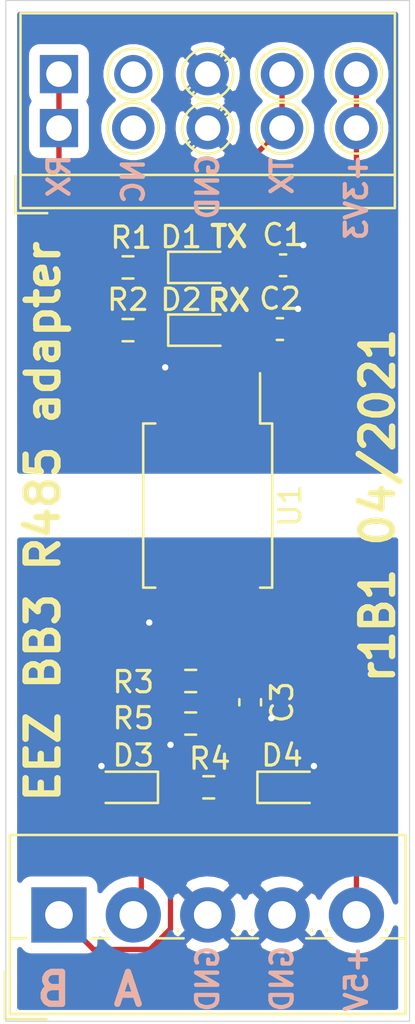
<source format=kicad_pcb>
(kicad_pcb (version 20171130) (host pcbnew 5.1.9+dfsg1-1~bpo10+1)

  (general
    (thickness 1.6)
    (drawings 18)
    (tracks 96)
    (zones 0)
    (modules 15)
    (nets 11)
  )

  (page A4)
  (layers
    (0 F.Cu signal)
    (31 B.Cu signal)
    (32 B.Adhes user)
    (33 F.Adhes user)
    (34 B.Paste user)
    (35 F.Paste user)
    (36 B.SilkS user)
    (37 F.SilkS user)
    (38 B.Mask user)
    (39 F.Mask user)
    (40 Dwgs.User user)
    (41 Cmts.User user)
    (42 Eco1.User user)
    (43 Eco2.User user)
    (44 Edge.Cuts user)
    (45 Margin user)
    (46 B.CrtYd user)
    (47 F.CrtYd user)
    (48 B.Fab user)
    (49 F.Fab user)
  )

  (setup
    (last_trace_width 0.25)
    (user_trace_width 0.5)
    (trace_clearance 0.2)
    (zone_clearance 0.508)
    (zone_45_only no)
    (trace_min 0.2)
    (via_size 0.8)
    (via_drill 0.4)
    (via_min_size 0.4)
    (via_min_drill 0.3)
    (user_via 0.6 0.3)
    (uvia_size 0.3)
    (uvia_drill 0.1)
    (uvias_allowed no)
    (uvia_min_size 0.2)
    (uvia_min_drill 0.1)
    (edge_width 0.05)
    (segment_width 0.2)
    (pcb_text_width 0.3)
    (pcb_text_size 1.5 1.5)
    (mod_edge_width 0.12)
    (mod_text_size 1 1)
    (mod_text_width 0.15)
    (pad_size 1.524 1.524)
    (pad_drill 0.762)
    (pad_to_mask_clearance 0)
    (aux_axis_origin 0 0)
    (visible_elements FFFFFF7F)
    (pcbplotparams
      (layerselection 0x010fc_ffffffff)
      (usegerberextensions false)
      (usegerberattributes true)
      (usegerberadvancedattributes true)
      (creategerberjobfile true)
      (excludeedgelayer true)
      (linewidth 0.100000)
      (plotframeref false)
      (viasonmask false)
      (mode 1)
      (useauxorigin false)
      (hpglpennumber 1)
      (hpglpenspeed 20)
      (hpglpendiameter 15.000000)
      (psnegative false)
      (psa4output false)
      (plotreference true)
      (plotvalue true)
      (plotinvisibletext false)
      (padsonsilk false)
      (subtractmaskfromsilk false)
      (outputformat 1)
      (mirror false)
      (drillshape 1)
      (scaleselection 1)
      (outputdirectory ""))
  )

  (net 0 "")
  (net 1 +3V3)
  (net 2 GND1)
  (net 3 +5V)
  (net 4 GND2)
  (net 5 "Net-(D1-Pad1)")
  (net 6 "Net-(D2-Pad1)")
  (net 7 /A)
  (net 8 /B)
  (net 9 /TX)
  (net 10 /RX)

  (net_class Default "This is the default net class."
    (clearance 0.2)
    (trace_width 0.25)
    (via_dia 0.8)
    (via_drill 0.4)
    (uvia_dia 0.3)
    (uvia_drill 0.1)
    (add_net +3V3)
    (add_net +5V)
    (add_net /A)
    (add_net /B)
    (add_net /RX)
    (add_net /TX)
    (add_net GND1)
    (add_net GND2)
    (add_net "Net-(D1-Pad1)")
    (add_net "Net-(D2-Pad1)")
  )

  (module TerminalBlock_4Ucon:TerminalBlock_4Ucon_1x05_P3.50mm_Vertical (layer F.Cu) (tedit 606DAFDC) (tstamp 606E72E3)
    (at 120 97.5)
    (descr "Terminal Block 4Ucon ItemNo. 10696, vertical (cable from top), 5 pins, pitch 3.5mm, size 18.5x8.3mm^2, drill diamater 1.3mm, pad diameter 2.6mm, see http://www.4uconnector.com/online/object/4udrawing/10696.pdf, script-generated with , script-generated using https://github.com/pointhi/kicad-footprint-generator/scripts/TerminalBlock_4Ucon")
    (tags "THT Terminal Block 4Ucon ItemNo. 10696 vertical pitch 3.5mm size 18.5x8.3mm^2 drill 1.3mm pad 2.6mm")
    (path /607F5392)
    (fp_text reference J2 (at -1.5 -5) (layer F.SilkS) hide
      (effects (font (size 1 1) (thickness 0.15)))
    )
    (fp_text value Conn_01x05 (at 7 5.66) (layer F.Fab) hide
      (effects (font (size 1 1) (thickness 0.15)))
    )
    (fp_line (start 16.75 -4.2) (end -2.75 -4.2) (layer F.CrtYd) (width 0.05))
    (fp_line (start 16.75 5.11) (end 16.75 -4.2) (layer F.CrtYd) (width 0.05))
    (fp_line (start -2.75 5.11) (end 16.75 5.11) (layer F.CrtYd) (width 0.05))
    (fp_line (start -2.75 -4.2) (end -2.75 5.11) (layer F.CrtYd) (width 0.05))
    (fp_line (start -2.55 4.9) (end -0.55 4.9) (layer F.SilkS) (width 0.12))
    (fp_line (start -2.55 2.66) (end -2.55 4.9) (layer F.SilkS) (width 0.12))
    (fp_line (start 12.6 0.75) (end 15.4 0.75) (layer F.Fab) (width 0.1))
    (fp_line (start 15.4 0.689) (end 15.4 0.75) (layer F.SilkS) (width 0.12))
    (fp_line (start 12.6 0.689) (end 12.6 0.75) (layer F.SilkS) (width 0.12))
    (fp_line (start 15.4 0.75) (end 15.4 0.75) (layer F.SilkS) (width 0.12))
    (fp_line (start 12.6 0.75) (end 12.601 0.75) (layer F.SilkS) (width 0.12))
    (fp_line (start 9.1 0.75) (end 11.9 0.75) (layer F.Fab) (width 0.1))
    (fp_line (start 11.9 0.689) (end 11.9 0.75) (layer F.SilkS) (width 0.12))
    (fp_line (start 9.1 0.689) (end 9.1 0.75) (layer F.SilkS) (width 0.12))
    (fp_line (start 11.9 0.75) (end 11.9 0.75) (layer F.SilkS) (width 0.12))
    (fp_line (start 9.1 0.75) (end 9.101 0.75) (layer F.SilkS) (width 0.12))
    (fp_line (start 5.6 0.75) (end 8.4 0.75) (layer F.Fab) (width 0.1))
    (fp_line (start 8.4 0.689) (end 8.4 0.75) (layer F.SilkS) (width 0.12))
    (fp_line (start 5.6 0.689) (end 5.6 0.75) (layer F.SilkS) (width 0.12))
    (fp_line (start 8.4 0.75) (end 8.4 0.75) (layer F.SilkS) (width 0.12))
    (fp_line (start 5.6 0.75) (end 5.601 0.75) (layer F.SilkS) (width 0.12))
    (fp_line (start 2.1 0.75) (end 4.9 0.75) (layer F.Fab) (width 0.1))
    (fp_line (start 4.9 0.689) (end 4.9 0.75) (layer F.SilkS) (width 0.12))
    (fp_line (start 2.1 0.689) (end 2.1 0.75) (layer F.SilkS) (width 0.12))
    (fp_line (start 4.9 0.75) (end 4.9 0.75) (layer F.SilkS) (width 0.12))
    (fp_line (start 2.1 0.75) (end 2.101 0.75) (layer F.SilkS) (width 0.12))
    (fp_line (start -1.4 0.75) (end 1.4 0.75) (layer F.Fab) (width 0.1))
    (fp_line (start 16.311 -3.76) (end 16.311 4.66) (layer F.SilkS) (width 0.12))
    (fp_line (start -2.31 -3.76) (end -2.31 4.66) (layer F.SilkS) (width 0.12))
    (fp_line (start -2.31 4.66) (end 16.311 4.66) (layer F.SilkS) (width 0.12))
    (fp_line (start -2.31 -3.76) (end 16.311 -3.76) (layer F.SilkS) (width 0.12))
    (fp_line (start 15.134 1.101) (end 16.311 1.101) (layer F.SilkS) (width 0.12))
    (fp_line (start 11.634 1.101) (end 12.867 1.101) (layer F.SilkS) (width 0.12))
    (fp_line (start 8.134 1.101) (end 9.367 1.101) (layer F.SilkS) (width 0.12))
    (fp_line (start 4.634 1.101) (end 5.867 1.101) (layer F.SilkS) (width 0.12))
    (fp_line (start 1.54 1.101) (end 2.367 1.101) (layer F.SilkS) (width 0.12))
    (fp_line (start -2.31 1.101) (end -1.54 1.101) (layer F.SilkS) (width 0.12))
    (fp_line (start -2.25 1.1) (end 16.25 1.1) (layer F.Fab) (width 0.1))
    (fp_line (start -2.25 2.6) (end -2.25 -3.7) (layer F.Fab) (width 0.1))
    (fp_line (start -0.25 4.6) (end -2.25 2.6) (layer F.Fab) (width 0.1))
    (fp_line (start 16.25 4.6) (end -0.25 4.6) (layer F.Fab) (width 0.1))
    (fp_line (start 16.25 -3.7) (end 16.25 4.6) (layer F.Fab) (width 0.1))
    (fp_line (start -2.25 -3.7) (end 16.25 -3.7) (layer F.Fab) (width 0.1))
    (fp_text user %R (at 15.5 -5) (layer F.Fab) hide
      (effects (font (size 1 1) (thickness 0.15)))
    )
    (pad 1 thru_hole rect (at 0 0) (size 2.6 2.6) (drill 1.3) (layers *.Cu *.Mask)
      (net 8 /B))
    (pad 2 thru_hole circle (at 3.5 0) (size 2.6 2.6) (drill 1.3) (layers *.Cu *.Mask)
      (net 7 /A))
    (pad 3 thru_hole circle (at 7 0) (size 2.6 2.6) (drill 1.3) (layers *.Cu *.Mask)
      (net 4 GND2))
    (pad 4 thru_hole circle (at 10.5 0) (size 2.6 2.6) (drill 1.3) (layers *.Cu *.Mask)
      (net 4 GND2))
    (pad 5 thru_hole circle (at 14 0) (size 2.6 2.6) (drill 1.3) (layers *.Cu *.Mask)
      (net 3 +5V))
    (model ${KISYS3DMOD}/TerminalBlock_4Ucon.3dshapes/TerminalBlock_4Ucon_1x05_P3.50mm_Vertical.wrl
      (at (xyz 0 0 0))
      (scale (xyz 1 1 1))
      (rotate (xyz 0 0 0))
    )
  )

  (module parts:15EDGA-3.5-05P-14-00AH (layer F.Cu) (tedit 606DA9FB) (tstamp 606E3902)
    (at 120 60.5)
    (descr "terminal block Metz Connect Type059_RT06305HBWC, 5 pins, pitch 3.5mm, size 17.5x6.5mm^2, drill diamater 1.2mm, pad diameter 2.3mm, see http://www.metz-connect.com/de/system/files/productfiles/Datenblatt_310591_RT063xxHBWC_OFF-022684T.pdf, script-generated using https://github.com/pointhi/kicad-footprint-generator/scripts/TerminalBlock_MetzConnect")
    (tags "THT terminal block Metz Connect Type059_RT06305HBWC pitch 3.5mm size 17.5x6.5mm^2 drill 1.2mm pad 2.3mm")
    (path /637582D4)
    (fp_text reference J1 (at -1.5 5) (layer F.SilkS) hide
      (effects (font (size 1 1) (thickness 0.15)))
    )
    (fp_text value 15EDGA-3.5-05P-14-00AH (at 7 4.76) (layer F.Fab) hide
      (effects (font (size 1 1) (thickness 0.15)))
    )
    (fp_circle (center 3.5 0) (end 4.5 0) (layer F.Fab) (width 0.1))
    (fp_circle (center 3.5 0) (end 4.7 0) (layer F.SilkS) (width 0.12))
    (fp_line (start -1.75 -5.34) (end 15.75 -5.34) (layer F.Fab) (width 0.1))
    (fp_line (start 15.75 -5.38) (end 15.75 3.7) (layer F.Fab) (width 0.1))
    (fp_line (start 15.75 3.7) (end -0.25 3.7) (layer F.Fab) (width 0.1))
    (fp_line (start -0.25 3.7) (end -1.75 2.2) (layer F.Fab) (width 0.1))
    (fp_line (start -1.75 2.2) (end -1.75 -5.34) (layer F.Fab) (width 0.1))
    (fp_line (start -1.75 2.2) (end 15.75 2.2) (layer F.Fab) (width 0.1))
    (fp_line (start -1.81 2.2) (end 15.81 2.2) (layer F.SilkS) (width 0.12))
    (fp_line (start -1.81 -5.4) (end 15.81 -5.4) (layer F.SilkS) (width 0.12))
    (fp_line (start -1.81 3.76) (end 15.81 3.76) (layer F.SilkS) (width 0.12))
    (fp_line (start -1.81 -5.4) (end -1.81 3.76) (layer F.SilkS) (width 0.12))
    (fp_line (start 15.81 -5.4) (end 15.81 3.76) (layer F.SilkS) (width 0.12))
    (fp_line (start 4.43 -0.75) (end 2.74 0.94) (layer F.Fab) (width 0.1))
    (fp_line (start 4.238 -0.938) (end 2.55 0.75) (layer F.Fab) (width 0.1))
    (fp_line (start 4.41 -0.72) (end 4.334 -0.644) (layer F.SilkS) (width 0.12))
    (fp_line (start 2.84 0.85) (end 2.786 0.905) (layer F.SilkS) (width 0.12))
    (fp_line (start 4.19 -0.9) (end 4.136 -0.846) (layer F.SilkS) (width 0.12))
    (fp_line (start 2.65 0.65) (end 2.574 0.726) (layer F.SilkS) (width 0.12))
    (fp_line (start -2.05 2.26) (end -2.05 4) (layer F.SilkS) (width 0.12))
    (fp_line (start -2.05 4) (end -0.55 4) (layer F.SilkS) (width 0.12))
    (fp_line (start -2.25 -5.84) (end -2.25 4.2) (layer F.CrtYd) (width 0.05))
    (fp_line (start -2.25 4.2) (end 16.25 4.2) (layer F.CrtYd) (width 0.05))
    (fp_line (start 16.25 4.2) (end 16.25 -5.85) (layer F.CrtYd) (width 0.05))
    (fp_line (start 16.25 -5.84) (end -2.25 -5.84) (layer F.CrtYd) (width 0.05))
    (fp_line (start 4.238 -3.478) (end 2.55 -1.79) (layer F.Fab) (width 0.1))
    (fp_line (start 4.43 -3.29) (end 2.74 -1.6) (layer F.Fab) (width 0.1))
    (fp_circle (center 3.5 -2.54) (end 4.7 -2.54) (layer F.SilkS) (width 0.12))
    (fp_line (start 4.19 -3.44) (end 4.136 -3.386) (layer F.SilkS) (width 0.12))
    (fp_line (start 2.84 -1.69) (end 2.786 -1.635) (layer F.SilkS) (width 0.12))
    (fp_circle (center 3.5 -2.54) (end 4.5 -2.54) (layer F.Fab) (width 0.1))
    (fp_line (start 2.65 -1.89) (end 2.574 -1.814) (layer F.SilkS) (width 0.12))
    (fp_line (start 4.41 -3.26) (end 4.334 -3.184) (layer F.SilkS) (width 0.12))
    (fp_line (start 7.93 -0.75) (end 6.24 0.94) (layer F.Fab) (width 0.1))
    (fp_line (start 7.69 -0.9) (end 7.636 -0.846) (layer F.SilkS) (width 0.12))
    (fp_line (start 6.15 0.65) (end 6.074 0.726) (layer F.SilkS) (width 0.12))
    (fp_line (start 6.34 -1.69) (end 6.286 -1.635) (layer F.SilkS) (width 0.12))
    (fp_circle (center 7 -2.54) (end 8 -2.54) (layer F.Fab) (width 0.1))
    (fp_line (start 6.15 -1.89) (end 6.074 -1.814) (layer F.SilkS) (width 0.12))
    (fp_line (start 7.91 -3.26) (end 7.834 -3.184) (layer F.SilkS) (width 0.12))
    (fp_line (start 7.738 -3.478) (end 6.05 -1.79) (layer F.Fab) (width 0.1))
    (fp_line (start 7.93 -3.29) (end 6.24 -1.6) (layer F.Fab) (width 0.1))
    (fp_circle (center 7 0) (end 8.2 0) (layer F.SilkS) (width 0.12))
    (fp_line (start 6.34 0.85) (end 6.286 0.905) (layer F.SilkS) (width 0.12))
    (fp_line (start 7.738 -0.938) (end 6.05 0.75) (layer F.Fab) (width 0.1))
    (fp_circle (center 7 -2.54) (end 8.2 -2.54) (layer F.SilkS) (width 0.12))
    (fp_line (start 7.69 -3.44) (end 7.636 -3.386) (layer F.SilkS) (width 0.12))
    (fp_line (start 7.91 -0.72) (end 7.834 -0.644) (layer F.SilkS) (width 0.12))
    (fp_circle (center 7 0) (end 8 0) (layer F.Fab) (width 0.1))
    (fp_circle (center 10.5 0) (end 11.5 0) (layer F.Fab) (width 0.1))
    (fp_line (start 11.19 -0.9) (end 11.136 -0.846) (layer F.SilkS) (width 0.12))
    (fp_line (start 9.65 0.65) (end 9.574 0.726) (layer F.SilkS) (width 0.12))
    (fp_line (start 9.65 -1.89) (end 9.574 -1.814) (layer F.SilkS) (width 0.12))
    (fp_line (start 11.41 -3.26) (end 11.334 -3.184) (layer F.SilkS) (width 0.12))
    (fp_line (start 9.84 0.85) (end 9.786 0.905) (layer F.SilkS) (width 0.12))
    (fp_line (start 9.84 -1.69) (end 9.786 -1.635) (layer F.SilkS) (width 0.12))
    (fp_circle (center 10.5 -2.54) (end 11.5 -2.54) (layer F.Fab) (width 0.1))
    (fp_line (start 11.41 -0.72) (end 11.334 -0.644) (layer F.SilkS) (width 0.12))
    (fp_circle (center 10.5 0) (end 11.7 0) (layer F.SilkS) (width 0.12))
    (fp_line (start 11.238 -0.938) (end 9.55 0.75) (layer F.Fab) (width 0.1))
    (fp_circle (center 10.5 -2.54) (end 11.7 -2.54) (layer F.SilkS) (width 0.12))
    (fp_line (start 11.19 -3.44) (end 11.136 -3.386) (layer F.SilkS) (width 0.12))
    (fp_line (start 11.43 -3.29) (end 9.74 -1.6) (layer F.Fab) (width 0.1))
    (fp_line (start 11.238 -3.478) (end 9.55 -1.79) (layer F.Fab) (width 0.1))
    (fp_line (start 11.43 -0.75) (end 9.74 0.94) (layer F.Fab) (width 0.1))
    (fp_line (start 13.34 -1.69) (end 13.286 -1.635) (layer F.SilkS) (width 0.12))
    (fp_line (start 13.34 0.85) (end 13.286 0.905) (layer F.SilkS) (width 0.12))
    (fp_line (start 14.91 -3.26) (end 14.834 -3.184) (layer F.SilkS) (width 0.12))
    (fp_line (start 13.15 -1.89) (end 13.074 -1.814) (layer F.SilkS) (width 0.12))
    (fp_line (start 13.15 0.65) (end 13.074 0.726) (layer F.SilkS) (width 0.12))
    (fp_line (start 14.69 -0.9) (end 14.636 -0.846) (layer F.SilkS) (width 0.12))
    (fp_circle (center 14 0) (end 15 0) (layer F.Fab) (width 0.1))
    (fp_circle (center 14 -2.54) (end 15 -2.54) (layer F.Fab) (width 0.1))
    (fp_line (start 14.738 -3.478) (end 13.05 -1.79) (layer F.Fab) (width 0.1))
    (fp_line (start 14.93 -3.29) (end 13.24 -1.6) (layer F.Fab) (width 0.1))
    (fp_line (start 14.69 -3.44) (end 14.636 -3.386) (layer F.SilkS) (width 0.12))
    (fp_circle (center 14 -2.54) (end 15.2 -2.54) (layer F.SilkS) (width 0.12))
    (fp_line (start 14.738 -0.938) (end 13.05 0.75) (layer F.Fab) (width 0.1))
    (fp_circle (center 14 0) (end 15.2 0) (layer F.SilkS) (width 0.12))
    (fp_line (start 14.93 -0.75) (end 13.24 0.94) (layer F.Fab) (width 0.1))
    (fp_line (start 14.91 -0.72) (end 14.834 -0.644) (layer F.SilkS) (width 0.12))
    (fp_text user %R (at 15 5 180) (layer F.Fab) hide
      (effects (font (size 1 1) (thickness 0.15)))
    )
    (pad 9 thru_hole circle (at 14 0) (size 2 2) (drill 1.2) (layers *.Cu *.Mask)
      (net 1 +3V3))
    (pad 10 thru_hole circle (at 14 -2.54) (size 2 2) (drill 1.2) (layers *.Cu *.Mask)
      (net 1 +3V3))
    (pad 8 thru_hole circle (at 10.5 -2.54) (size 2 2) (drill 1.2) (layers *.Cu *.Mask)
      (net 9 /TX))
    (pad 7 thru_hole circle (at 10.5 0) (size 2 2) (drill 1.2) (layers *.Cu *.Mask)
      (net 9 /TX))
    (pad 5 thru_hole circle (at 7 0) (size 2 2) (drill 1.2) (layers *.Cu *.Mask)
      (net 2 GND1))
    (pad 6 thru_hole circle (at 7 -2.54) (size 2 2) (drill 1.2) (layers *.Cu *.Mask)
      (net 2 GND1))
    (pad 4 thru_hole circle (at 3.5 -2.54) (size 1.8 1.8) (drill 1.2) (layers *.Cu *.Mask))
    (pad 2 thru_hole rect (at 0 -2.54) (size 1.8 1.8) (drill 1.2) (layers *.Cu *.Mask)
      (net 10 /RX))
    (pad 1 thru_hole rect (at 0 0) (size 1.8 1.8) (drill 1.2) (layers *.Cu *.Mask)
      (net 10 /RX))
    (pad 3 thru_hole circle (at 3.5 0) (size 2 2) (drill 1.2) (layers *.Cu *.Mask))
    (model ${KISYS3DMOD}/TerminalBlock_MetzConnect.3dshapes/TerminalBlock_MetzConnect_Type059_RT06305HBWC_1x05_P3.50mm_Horizontal.wrl
      (at (xyz 0 0 0))
      (scale (xyz 1 1 1))
      (rotate (xyz 0 0 0))
    )
  )

  (module Capacitor_SMD:C_0603_1608Metric_Pad1.08x0.95mm_HandSolder (layer F.Cu) (tedit 5F68FEEF) (tstamp 606E3828)
    (at 130.55 66.95)
    (descr "Capacitor SMD 0603 (1608 Metric), square (rectangular) end terminal, IPC_7351 nominal with elongated pad for handsoldering. (Body size source: IPC-SM-782 page 76, https://www.pcb-3d.com/wordpress/wp-content/uploads/ipc-sm-782a_amendment_1_and_2.pdf), generated with kicad-footprint-generator")
    (tags "capacitor handsolder")
    (path /6375C45F)
    (attr smd)
    (fp_text reference C1 (at 0 -1.43) (layer F.SilkS)
      (effects (font (size 1 1) (thickness 0.15)))
    )
    (fp_text value 10n (at 0 1.43) (layer F.Fab) hide
      (effects (font (size 1 1) (thickness 0.15)))
    )
    (fp_line (start 1.65 0.73) (end -1.65 0.73) (layer F.CrtYd) (width 0.05))
    (fp_line (start 1.65 -0.73) (end 1.65 0.73) (layer F.CrtYd) (width 0.05))
    (fp_line (start -1.65 -0.73) (end 1.65 -0.73) (layer F.CrtYd) (width 0.05))
    (fp_line (start -1.65 0.73) (end -1.65 -0.73) (layer F.CrtYd) (width 0.05))
    (fp_line (start -0.146267 0.51) (end 0.146267 0.51) (layer F.SilkS) (width 0.12))
    (fp_line (start -0.146267 -0.51) (end 0.146267 -0.51) (layer F.SilkS) (width 0.12))
    (fp_line (start 0.8 0.4) (end -0.8 0.4) (layer F.Fab) (width 0.1))
    (fp_line (start 0.8 -0.4) (end 0.8 0.4) (layer F.Fab) (width 0.1))
    (fp_line (start -0.8 -0.4) (end 0.8 -0.4) (layer F.Fab) (width 0.1))
    (fp_line (start -0.8 0.4) (end -0.8 -0.4) (layer F.Fab) (width 0.1))
    (fp_text user %R (at 0 0) (layer F.Fab)
      (effects (font (size 0.4 0.4) (thickness 0.06)))
    )
    (pad 1 smd roundrect (at -0.8625 0) (size 1.075 0.95) (layers F.Cu F.Paste F.Mask) (roundrect_rratio 0.25)
      (net 1 +3V3))
    (pad 2 smd roundrect (at 0.8625 0) (size 1.075 0.95) (layers F.Cu F.Paste F.Mask) (roundrect_rratio 0.25)
      (net 2 GND1))
    (model ${KISYS3DMOD}/Capacitor_SMD.3dshapes/C_0603_1608Metric.wrl
      (at (xyz 0 0 0))
      (scale (xyz 1 1 1))
      (rotate (xyz 0 0 0))
    )
  )

  (module Capacitor_SMD:C_0603_1608Metric_Pad1.08x0.95mm_HandSolder (layer F.Cu) (tedit 5F68FEEF) (tstamp 606E53DD)
    (at 130.4 69.95)
    (descr "Capacitor SMD 0603 (1608 Metric), square (rectangular) end terminal, IPC_7351 nominal with elongated pad for handsoldering. (Body size source: IPC-SM-782 page 76, https://www.pcb-3d.com/wordpress/wp-content/uploads/ipc-sm-782a_amendment_1_and_2.pdf), generated with kicad-footprint-generator")
    (tags "capacitor handsolder")
    (path /6375CC67)
    (attr smd)
    (fp_text reference C2 (at 0 -1.43) (layer F.SilkS)
      (effects (font (size 1 1) (thickness 0.15)))
    )
    (fp_text value 100n (at 0 1.43) (layer F.Fab) hide
      (effects (font (size 1 1) (thickness 0.15)))
    )
    (fp_text user %R (at 0 0) (layer F.Fab)
      (effects (font (size 0.4 0.4) (thickness 0.06)))
    )
    (fp_line (start -0.8 0.4) (end -0.8 -0.4) (layer F.Fab) (width 0.1))
    (fp_line (start -0.8 -0.4) (end 0.8 -0.4) (layer F.Fab) (width 0.1))
    (fp_line (start 0.8 -0.4) (end 0.8 0.4) (layer F.Fab) (width 0.1))
    (fp_line (start 0.8 0.4) (end -0.8 0.4) (layer F.Fab) (width 0.1))
    (fp_line (start -0.146267 -0.51) (end 0.146267 -0.51) (layer F.SilkS) (width 0.12))
    (fp_line (start -0.146267 0.51) (end 0.146267 0.51) (layer F.SilkS) (width 0.12))
    (fp_line (start -1.65 0.73) (end -1.65 -0.73) (layer F.CrtYd) (width 0.05))
    (fp_line (start -1.65 -0.73) (end 1.65 -0.73) (layer F.CrtYd) (width 0.05))
    (fp_line (start 1.65 -0.73) (end 1.65 0.73) (layer F.CrtYd) (width 0.05))
    (fp_line (start 1.65 0.73) (end -1.65 0.73) (layer F.CrtYd) (width 0.05))
    (pad 2 smd roundrect (at 0.8625 0) (size 1.075 0.95) (layers F.Cu F.Paste F.Mask) (roundrect_rratio 0.25)
      (net 2 GND1))
    (pad 1 smd roundrect (at -0.8625 0) (size 1.075 0.95) (layers F.Cu F.Paste F.Mask) (roundrect_rratio 0.25)
      (net 1 +3V3))
    (model ${KISYS3DMOD}/Capacitor_SMD.3dshapes/C_0603_1608Metric.wrl
      (at (xyz 0 0 0))
      (scale (xyz 1 1 1))
      (rotate (xyz 0 0 0))
    )
  )

  (module Capacitor_SMD:C_0603_1608Metric_Pad1.08x0.95mm_HandSolder (layer F.Cu) (tedit 5F68FEEF) (tstamp 606E384A)
    (at 129 87.5 270)
    (descr "Capacitor SMD 0603 (1608 Metric), square (rectangular) end terminal, IPC_7351 nominal with elongated pad for handsoldering. (Body size source: IPC-SM-782 page 76, https://www.pcb-3d.com/wordpress/wp-content/uploads/ipc-sm-782a_amendment_1_and_2.pdf), generated with kicad-footprint-generator")
    (tags "capacitor handsolder")
    (path /60708EE8)
    (attr smd)
    (fp_text reference C3 (at 0 -1.5 90) (layer F.SilkS)
      (effects (font (size 1 1) (thickness 0.15)))
    )
    (fp_text value 100n (at 0 1.43 90) (layer F.Fab) hide
      (effects (font (size 1 1) (thickness 0.15)))
    )
    (fp_line (start 1.65 0.73) (end -1.65 0.73) (layer F.CrtYd) (width 0.05))
    (fp_line (start 1.65 -0.73) (end 1.65 0.73) (layer F.CrtYd) (width 0.05))
    (fp_line (start -1.65 -0.73) (end 1.65 -0.73) (layer F.CrtYd) (width 0.05))
    (fp_line (start -1.65 0.73) (end -1.65 -0.73) (layer F.CrtYd) (width 0.05))
    (fp_line (start -0.146267 0.51) (end 0.146267 0.51) (layer F.SilkS) (width 0.12))
    (fp_line (start -0.146267 -0.51) (end 0.146267 -0.51) (layer F.SilkS) (width 0.12))
    (fp_line (start 0.8 0.4) (end -0.8 0.4) (layer F.Fab) (width 0.1))
    (fp_line (start 0.8 -0.4) (end 0.8 0.4) (layer F.Fab) (width 0.1))
    (fp_line (start -0.8 -0.4) (end 0.8 -0.4) (layer F.Fab) (width 0.1))
    (fp_line (start -0.8 0.4) (end -0.8 -0.4) (layer F.Fab) (width 0.1))
    (fp_text user %R (at 0 0 90) (layer F.Fab)
      (effects (font (size 0.4 0.4) (thickness 0.06)))
    )
    (pad 1 smd roundrect (at -0.8625 0 270) (size 1.075 0.95) (layers F.Cu F.Paste F.Mask) (roundrect_rratio 0.25)
      (net 3 +5V))
    (pad 2 smd roundrect (at 0.8625 0 270) (size 1.075 0.95) (layers F.Cu F.Paste F.Mask) (roundrect_rratio 0.25)
      (net 4 GND2))
    (model ${KISYS3DMOD}/Capacitor_SMD.3dshapes/C_0603_1608Metric.wrl
      (at (xyz 0 0 0))
      (scale (xyz 1 1 1))
      (rotate (xyz 0 0 0))
    )
  )

  (module LED_SMD:LED_0603_1608Metric_Pad1.05x0.95mm_HandSolder (layer F.Cu) (tedit 5F68FEF1) (tstamp 606E385D)
    (at 126.8 67.05)
    (descr "LED SMD 0603 (1608 Metric), square (rectangular) end terminal, IPC_7351 nominal, (Body size source: http://www.tortai-tech.com/upload/download/2011102023233369053.pdf), generated with kicad-footprint-generator")
    (tags "LED handsolder")
    (path /606E9D7E)
    (attr smd)
    (fp_text reference D1 (at -1.05 -1.43) (layer F.SilkS)
      (effects (font (size 1 1) (thickness 0.15)))
    )
    (fp_text value LED (at 0 1.43) (layer F.Fab) hide
      (effects (font (size 1 1) (thickness 0.15)))
    )
    (fp_text user %R (at 0 0) (layer F.Fab)
      (effects (font (size 0.4 0.4) (thickness 0.06)))
    )
    (fp_line (start 0.8 -0.4) (end -0.5 -0.4) (layer F.Fab) (width 0.1))
    (fp_line (start -0.5 -0.4) (end -0.8 -0.1) (layer F.Fab) (width 0.1))
    (fp_line (start -0.8 -0.1) (end -0.8 0.4) (layer F.Fab) (width 0.1))
    (fp_line (start -0.8 0.4) (end 0.8 0.4) (layer F.Fab) (width 0.1))
    (fp_line (start 0.8 0.4) (end 0.8 -0.4) (layer F.Fab) (width 0.1))
    (fp_line (start 0.8 -0.735) (end -1.66 -0.735) (layer F.SilkS) (width 0.12))
    (fp_line (start -1.66 -0.735) (end -1.66 0.735) (layer F.SilkS) (width 0.12))
    (fp_line (start -1.66 0.735) (end 0.8 0.735) (layer F.SilkS) (width 0.12))
    (fp_line (start -1.65 0.73) (end -1.65 -0.73) (layer F.CrtYd) (width 0.05))
    (fp_line (start -1.65 -0.73) (end 1.65 -0.73) (layer F.CrtYd) (width 0.05))
    (fp_line (start 1.65 -0.73) (end 1.65 0.73) (layer F.CrtYd) (width 0.05))
    (fp_line (start 1.65 0.73) (end -1.65 0.73) (layer F.CrtYd) (width 0.05))
    (pad 2 smd roundrect (at 0.875 0) (size 1.05 0.95) (layers F.Cu F.Paste F.Mask) (roundrect_rratio 0.25)
      (net 1 +3V3))
    (pad 1 smd roundrect (at -0.875 0) (size 1.05 0.95) (layers F.Cu F.Paste F.Mask) (roundrect_rratio 0.25)
      (net 5 "Net-(D1-Pad1)"))
    (model ${KISYS3DMOD}/LED_SMD.3dshapes/LED_0603_1608Metric.wrl
      (at (xyz 0 0 0))
      (scale (xyz 1 1 1))
      (rotate (xyz 0 0 0))
    )
  )

  (module LED_SMD:LED_0603_1608Metric_Pad1.05x0.95mm_HandSolder (layer F.Cu) (tedit 5F68FEF1) (tstamp 606E3870)
    (at 126.8 70)
    (descr "LED SMD 0603 (1608 Metric), square (rectangular) end terminal, IPC_7351 nominal, (Body size source: http://www.tortai-tech.com/upload/download/2011102023233369053.pdf), generated with kicad-footprint-generator")
    (tags "LED handsolder")
    (path /606E7843)
    (attr smd)
    (fp_text reference D2 (at -1.05 -1.43) (layer F.SilkS)
      (effects (font (size 1 1) (thickness 0.15)))
    )
    (fp_text value LED (at 0 1.43) (layer F.Fab) hide
      (effects (font (size 1 1) (thickness 0.15)))
    )
    (fp_line (start 1.65 0.73) (end -1.65 0.73) (layer F.CrtYd) (width 0.05))
    (fp_line (start 1.65 -0.73) (end 1.65 0.73) (layer F.CrtYd) (width 0.05))
    (fp_line (start -1.65 -0.73) (end 1.65 -0.73) (layer F.CrtYd) (width 0.05))
    (fp_line (start -1.65 0.73) (end -1.65 -0.73) (layer F.CrtYd) (width 0.05))
    (fp_line (start -1.66 0.735) (end 0.8 0.735) (layer F.SilkS) (width 0.12))
    (fp_line (start -1.66 -0.735) (end -1.66 0.735) (layer F.SilkS) (width 0.12))
    (fp_line (start 0.8 -0.735) (end -1.66 -0.735) (layer F.SilkS) (width 0.12))
    (fp_line (start 0.8 0.4) (end 0.8 -0.4) (layer F.Fab) (width 0.1))
    (fp_line (start -0.8 0.4) (end 0.8 0.4) (layer F.Fab) (width 0.1))
    (fp_line (start -0.8 -0.1) (end -0.8 0.4) (layer F.Fab) (width 0.1))
    (fp_line (start -0.5 -0.4) (end -0.8 -0.1) (layer F.Fab) (width 0.1))
    (fp_line (start 0.8 -0.4) (end -0.5 -0.4) (layer F.Fab) (width 0.1))
    (fp_text user %R (at 0 0) (layer F.Fab)
      (effects (font (size 0.4 0.4) (thickness 0.06)))
    )
    (pad 1 smd roundrect (at -0.875 0) (size 1.05 0.95) (layers F.Cu F.Paste F.Mask) (roundrect_rratio 0.25)
      (net 6 "Net-(D2-Pad1)"))
    (pad 2 smd roundrect (at 0.875 0) (size 1.05 0.95) (layers F.Cu F.Paste F.Mask) (roundrect_rratio 0.25)
      (net 1 +3V3))
    (model ${KISYS3DMOD}/LED_SMD.3dshapes/LED_0603_1608Metric.wrl
      (at (xyz 0 0 0))
      (scale (xyz 1 1 1))
      (rotate (xyz 0 0 0))
    )
  )

  (module Diode_SMD:D_0603_1608Metric_Pad1.05x0.95mm_HandSolder (layer F.Cu) (tedit 5F68FEF0) (tstamp 606E3883)
    (at 123 91.5 180)
    (descr "Diode SMD 0603 (1608 Metric), square (rectangular) end terminal, IPC_7351 nominal, (Body size source: http://www.tortai-tech.com/upload/download/2011102023233369053.pdf), generated with kicad-footprint-generator")
    (tags "diode handsolder")
    (path /606DECCC)
    (attr smd)
    (fp_text reference D3 (at -0.5 1.5) (layer F.SilkS)
      (effects (font (size 1 1) (thickness 0.15)))
    )
    (fp_text value 82356050101 (at 0 1.43) (layer F.Fab) hide
      (effects (font (size 1 1) (thickness 0.15)))
    )
    (fp_line (start 1.65 0.73) (end -1.65 0.73) (layer F.CrtYd) (width 0.05))
    (fp_line (start 1.65 -0.73) (end 1.65 0.73) (layer F.CrtYd) (width 0.05))
    (fp_line (start -1.65 -0.73) (end 1.65 -0.73) (layer F.CrtYd) (width 0.05))
    (fp_line (start -1.65 0.73) (end -1.65 -0.73) (layer F.CrtYd) (width 0.05))
    (fp_line (start -1.66 0.735) (end 0.8 0.735) (layer F.SilkS) (width 0.12))
    (fp_line (start -1.66 -0.735) (end -1.66 0.735) (layer F.SilkS) (width 0.12))
    (fp_line (start 0.8 -0.735) (end -1.66 -0.735) (layer F.SilkS) (width 0.12))
    (fp_line (start 0.8 0.4) (end 0.8 -0.4) (layer F.Fab) (width 0.1))
    (fp_line (start -0.8 0.4) (end 0.8 0.4) (layer F.Fab) (width 0.1))
    (fp_line (start -0.8 -0.1) (end -0.8 0.4) (layer F.Fab) (width 0.1))
    (fp_line (start -0.5 -0.4) (end -0.8 -0.1) (layer F.Fab) (width 0.1))
    (fp_line (start 0.8 -0.4) (end -0.5 -0.4) (layer F.Fab) (width 0.1))
    (fp_text user %R (at 0 0) (layer F.Fab)
      (effects (font (size 0.4 0.4) (thickness 0.06)))
    )
    (pad 1 smd roundrect (at -0.875 0 180) (size 1.05 0.95) (layers F.Cu F.Paste F.Mask) (roundrect_rratio 0.25)
      (net 7 /A))
    (pad 2 smd roundrect (at 0.875 0 180) (size 1.05 0.95) (layers F.Cu F.Paste F.Mask) (roundrect_rratio 0.25)
      (net 4 GND2))
    (model ${KISYS3DMOD}/Diode_SMD.3dshapes/D_0603_1608Metric.wrl
      (at (xyz 0 0 0))
      (scale (xyz 1 1 1))
      (rotate (xyz 0 0 0))
    )
  )

  (module Diode_SMD:D_0603_1608Metric_Pad1.05x0.95mm_HandSolder (layer F.Cu) (tedit 5F68FEF0) (tstamp 606E3896)
    (at 131 91.5)
    (descr "Diode SMD 0603 (1608 Metric), square (rectangular) end terminal, IPC_7351 nominal, (Body size source: http://www.tortai-tech.com/upload/download/2011102023233369053.pdf), generated with kicad-footprint-generator")
    (tags "diode handsolder")
    (path /606E3DC2)
    (attr smd)
    (fp_text reference D4 (at -0.5 -1.5) (layer F.SilkS)
      (effects (font (size 1 1) (thickness 0.15)))
    )
    (fp_text value 82356050101 (at 0 1.43) (layer F.Fab) hide
      (effects (font (size 1 1) (thickness 0.15)))
    )
    (fp_text user %R (at 0 0) (layer F.Fab)
      (effects (font (size 0.4 0.4) (thickness 0.06)))
    )
    (fp_line (start 0.8 -0.4) (end -0.5 -0.4) (layer F.Fab) (width 0.1))
    (fp_line (start -0.5 -0.4) (end -0.8 -0.1) (layer F.Fab) (width 0.1))
    (fp_line (start -0.8 -0.1) (end -0.8 0.4) (layer F.Fab) (width 0.1))
    (fp_line (start -0.8 0.4) (end 0.8 0.4) (layer F.Fab) (width 0.1))
    (fp_line (start 0.8 0.4) (end 0.8 -0.4) (layer F.Fab) (width 0.1))
    (fp_line (start 0.8 -0.735) (end -1.66 -0.735) (layer F.SilkS) (width 0.12))
    (fp_line (start -1.66 -0.735) (end -1.66 0.735) (layer F.SilkS) (width 0.12))
    (fp_line (start -1.66 0.735) (end 0.8 0.735) (layer F.SilkS) (width 0.12))
    (fp_line (start -1.65 0.73) (end -1.65 -0.73) (layer F.CrtYd) (width 0.05))
    (fp_line (start -1.65 -0.73) (end 1.65 -0.73) (layer F.CrtYd) (width 0.05))
    (fp_line (start 1.65 -0.73) (end 1.65 0.73) (layer F.CrtYd) (width 0.05))
    (fp_line (start 1.65 0.73) (end -1.65 0.73) (layer F.CrtYd) (width 0.05))
    (pad 2 smd roundrect (at 0.875 0) (size 1.05 0.95) (layers F.Cu F.Paste F.Mask) (roundrect_rratio 0.25)
      (net 4 GND2))
    (pad 1 smd roundrect (at -0.875 0) (size 1.05 0.95) (layers F.Cu F.Paste F.Mask) (roundrect_rratio 0.25)
      (net 8 /B))
    (model ${KISYS3DMOD}/Diode_SMD.3dshapes/D_0603_1608Metric.wrl
      (at (xyz 0 0 0))
      (scale (xyz 1 1 1))
      (rotate (xyz 0 0 0))
    )
  )

  (module Resistor_SMD:R_0603_1608Metric_Pad0.98x0.95mm_HandSolder (layer F.Cu) (tedit 5F68FEEE) (tstamp 606E3961)
    (at 123.25 67.05 180)
    (descr "Resistor SMD 0603 (1608 Metric), square (rectangular) end terminal, IPC_7351 nominal with elongated pad for handsoldering. (Body size source: IPC-SM-782 page 72, https://www.pcb-3d.com/wordpress/wp-content/uploads/ipc-sm-782a_amendment_1_and_2.pdf), generated with kicad-footprint-generator")
    (tags "resistor handsolder")
    (path /606EB247)
    (attr smd)
    (fp_text reference R1 (at -0.15 1.4) (layer F.SilkS)
      (effects (font (size 1 1) (thickness 0.15)))
    )
    (fp_text value 300 (at 0 1.43) (layer F.Fab) hide
      (effects (font (size 1 1) (thickness 0.15)))
    )
    (fp_text user %R (at 0 0) (layer F.Fab)
      (effects (font (size 0.4 0.4) (thickness 0.06)))
    )
    (fp_line (start -0.8 0.4125) (end -0.8 -0.4125) (layer F.Fab) (width 0.1))
    (fp_line (start -0.8 -0.4125) (end 0.8 -0.4125) (layer F.Fab) (width 0.1))
    (fp_line (start 0.8 -0.4125) (end 0.8 0.4125) (layer F.Fab) (width 0.1))
    (fp_line (start 0.8 0.4125) (end -0.8 0.4125) (layer F.Fab) (width 0.1))
    (fp_line (start -0.254724 -0.5225) (end 0.254724 -0.5225) (layer F.SilkS) (width 0.12))
    (fp_line (start -0.254724 0.5225) (end 0.254724 0.5225) (layer F.SilkS) (width 0.12))
    (fp_line (start -1.65 0.73) (end -1.65 -0.73) (layer F.CrtYd) (width 0.05))
    (fp_line (start -1.65 -0.73) (end 1.65 -0.73) (layer F.CrtYd) (width 0.05))
    (fp_line (start 1.65 -0.73) (end 1.65 0.73) (layer F.CrtYd) (width 0.05))
    (fp_line (start 1.65 0.73) (end -1.65 0.73) (layer F.CrtYd) (width 0.05))
    (pad 2 smd roundrect (at 0.9125 0 180) (size 0.975 0.95) (layers F.Cu F.Paste F.Mask) (roundrect_rratio 0.25)
      (net 9 /TX))
    (pad 1 smd roundrect (at -0.9125 0 180) (size 0.975 0.95) (layers F.Cu F.Paste F.Mask) (roundrect_rratio 0.25)
      (net 5 "Net-(D1-Pad1)"))
    (model ${KISYS3DMOD}/Resistor_SMD.3dshapes/R_0603_1608Metric.wrl
      (at (xyz 0 0 0))
      (scale (xyz 1 1 1))
      (rotate (xyz 0 0 0))
    )
  )

  (module Resistor_SMD:R_0603_1608Metric_Pad0.98x0.95mm_HandSolder (layer F.Cu) (tedit 5F68FEEE) (tstamp 606E540D)
    (at 123.25 70)
    (descr "Resistor SMD 0603 (1608 Metric), square (rectangular) end terminal, IPC_7351 nominal with elongated pad for handsoldering. (Body size source: IPC-SM-782 page 72, https://www.pcb-3d.com/wordpress/wp-content/uploads/ipc-sm-782a_amendment_1_and_2.pdf), generated with kicad-footprint-generator")
    (tags "resistor handsolder")
    (path /606EA76A)
    (attr smd)
    (fp_text reference R2 (at 0 -1.43) (layer F.SilkS)
      (effects (font (size 1 1) (thickness 0.15)))
    )
    (fp_text value 300 (at 0 1.43) (layer F.Fab) hide
      (effects (font (size 1 1) (thickness 0.15)))
    )
    (fp_line (start 1.65 0.73) (end -1.65 0.73) (layer F.CrtYd) (width 0.05))
    (fp_line (start 1.65 -0.73) (end 1.65 0.73) (layer F.CrtYd) (width 0.05))
    (fp_line (start -1.65 -0.73) (end 1.65 -0.73) (layer F.CrtYd) (width 0.05))
    (fp_line (start -1.65 0.73) (end -1.65 -0.73) (layer F.CrtYd) (width 0.05))
    (fp_line (start -0.254724 0.5225) (end 0.254724 0.5225) (layer F.SilkS) (width 0.12))
    (fp_line (start -0.254724 -0.5225) (end 0.254724 -0.5225) (layer F.SilkS) (width 0.12))
    (fp_line (start 0.8 0.4125) (end -0.8 0.4125) (layer F.Fab) (width 0.1))
    (fp_line (start 0.8 -0.4125) (end 0.8 0.4125) (layer F.Fab) (width 0.1))
    (fp_line (start -0.8 -0.4125) (end 0.8 -0.4125) (layer F.Fab) (width 0.1))
    (fp_line (start -0.8 0.4125) (end -0.8 -0.4125) (layer F.Fab) (width 0.1))
    (fp_text user %R (at 0 0) (layer F.Fab)
      (effects (font (size 0.4 0.4) (thickness 0.06)))
    )
    (pad 1 smd roundrect (at -0.9125 0) (size 0.975 0.95) (layers F.Cu F.Paste F.Mask) (roundrect_rratio 0.25)
      (net 10 /RX))
    (pad 2 smd roundrect (at 0.9125 0) (size 0.975 0.95) (layers F.Cu F.Paste F.Mask) (roundrect_rratio 0.25)
      (net 6 "Net-(D2-Pad1)"))
    (model ${KISYS3DMOD}/Resistor_SMD.3dshapes/R_0603_1608Metric.wrl
      (at (xyz 0 0 0))
      (scale (xyz 1 1 1))
      (rotate (xyz 0 0 0))
    )
  )

  (module Resistor_SMD:R_0603_1608Metric_Pad0.98x0.95mm_HandSolder (layer F.Cu) (tedit 5F68FEEE) (tstamp 606E3983)
    (at 126.2 86.5)
    (descr "Resistor SMD 0603 (1608 Metric), square (rectangular) end terminal, IPC_7351 nominal with elongated pad for handsoldering. (Body size source: IPC-SM-782 page 72, https://www.pcb-3d.com/wordpress/wp-content/uploads/ipc-sm-782a_amendment_1_and_2.pdf), generated with kicad-footprint-generator")
    (tags "resistor handsolder")
    (path /6071035E)
    (attr smd)
    (fp_text reference R3 (at -2.7 0.05) (layer F.SilkS)
      (effects (font (size 1 1) (thickness 0.15)))
    )
    (fp_text value PU (at 0 1.43) (layer F.Fab) hide
      (effects (font (size 1 1) (thickness 0.15)))
    )
    (fp_line (start 1.65 0.73) (end -1.65 0.73) (layer F.CrtYd) (width 0.05))
    (fp_line (start 1.65 -0.73) (end 1.65 0.73) (layer F.CrtYd) (width 0.05))
    (fp_line (start -1.65 -0.73) (end 1.65 -0.73) (layer F.CrtYd) (width 0.05))
    (fp_line (start -1.65 0.73) (end -1.65 -0.73) (layer F.CrtYd) (width 0.05))
    (fp_line (start -0.254724 0.5225) (end 0.254724 0.5225) (layer F.SilkS) (width 0.12))
    (fp_line (start -0.254724 -0.5225) (end 0.254724 -0.5225) (layer F.SilkS) (width 0.12))
    (fp_line (start 0.8 0.4125) (end -0.8 0.4125) (layer F.Fab) (width 0.1))
    (fp_line (start 0.8 -0.4125) (end 0.8 0.4125) (layer F.Fab) (width 0.1))
    (fp_line (start -0.8 -0.4125) (end 0.8 -0.4125) (layer F.Fab) (width 0.1))
    (fp_line (start -0.8 0.4125) (end -0.8 -0.4125) (layer F.Fab) (width 0.1))
    (fp_text user %R (at 0 0) (layer F.Fab)
      (effects (font (size 0.4 0.4) (thickness 0.06)))
    )
    (pad 1 smd roundrect (at -0.9125 0) (size 0.975 0.95) (layers F.Cu F.Paste F.Mask) (roundrect_rratio 0.25)
      (net 7 /A))
    (pad 2 smd roundrect (at 0.9125 0) (size 0.975 0.95) (layers F.Cu F.Paste F.Mask) (roundrect_rratio 0.25)
      (net 3 +5V))
    (model ${KISYS3DMOD}/Resistor_SMD.3dshapes/R_0603_1608Metric.wrl
      (at (xyz 0 0 0))
      (scale (xyz 1 1 1))
      (rotate (xyz 0 0 0))
    )
  )

  (module Resistor_SMD:R_0603_1608Metric_Pad0.98x0.95mm_HandSolder (layer F.Cu) (tedit 5F68FEEE) (tstamp 606E3994)
    (at 127.05 91.5 180)
    (descr "Resistor SMD 0603 (1608 Metric), square (rectangular) end terminal, IPC_7351 nominal with elongated pad for handsoldering. (Body size source: IPC-SM-782 page 72, https://www.pcb-3d.com/wordpress/wp-content/uploads/ipc-sm-782a_amendment_1_and_2.pdf), generated with kicad-footprint-generator")
    (tags "resistor handsolder")
    (path /60711724)
    (attr smd)
    (fp_text reference R4 (at -0.05 1.35) (layer F.SilkS)
      (effects (font (size 1 1) (thickness 0.15)))
    )
    (fp_text value RT (at 0 1.43) (layer F.Fab) hide
      (effects (font (size 1 1) (thickness 0.15)))
    )
    (fp_text user %R (at 0 0) (layer F.Fab)
      (effects (font (size 0.4 0.4) (thickness 0.06)))
    )
    (fp_line (start -0.8 0.4125) (end -0.8 -0.4125) (layer F.Fab) (width 0.1))
    (fp_line (start -0.8 -0.4125) (end 0.8 -0.4125) (layer F.Fab) (width 0.1))
    (fp_line (start 0.8 -0.4125) (end 0.8 0.4125) (layer F.Fab) (width 0.1))
    (fp_line (start 0.8 0.4125) (end -0.8 0.4125) (layer F.Fab) (width 0.1))
    (fp_line (start -0.254724 -0.5225) (end 0.254724 -0.5225) (layer F.SilkS) (width 0.12))
    (fp_line (start -0.254724 0.5225) (end 0.254724 0.5225) (layer F.SilkS) (width 0.12))
    (fp_line (start -1.65 0.73) (end -1.65 -0.73) (layer F.CrtYd) (width 0.05))
    (fp_line (start -1.65 -0.73) (end 1.65 -0.73) (layer F.CrtYd) (width 0.05))
    (fp_line (start 1.65 -0.73) (end 1.65 0.73) (layer F.CrtYd) (width 0.05))
    (fp_line (start 1.65 0.73) (end -1.65 0.73) (layer F.CrtYd) (width 0.05))
    (pad 2 smd roundrect (at 0.9125 0 180) (size 0.975 0.95) (layers F.Cu F.Paste F.Mask) (roundrect_rratio 0.25)
      (net 7 /A))
    (pad 1 smd roundrect (at -0.9125 0 180) (size 0.975 0.95) (layers F.Cu F.Paste F.Mask) (roundrect_rratio 0.25)
      (net 8 /B))
    (model ${KISYS3DMOD}/Resistor_SMD.3dshapes/R_0603_1608Metric.wrl
      (at (xyz 0 0 0))
      (scale (xyz 1 1 1))
      (rotate (xyz 0 0 0))
    )
  )

  (module Resistor_SMD:R_0603_1608Metric_Pad0.98x0.95mm_HandSolder (layer F.Cu) (tedit 5F68FEEE) (tstamp 606E39A5)
    (at 126.2 88.5)
    (descr "Resistor SMD 0603 (1608 Metric), square (rectangular) end terminal, IPC_7351 nominal with elongated pad for handsoldering. (Body size source: IPC-SM-782 page 72, https://www.pcb-3d.com/wordpress/wp-content/uploads/ipc-sm-782a_amendment_1_and_2.pdf), generated with kicad-footprint-generator")
    (tags "resistor handsolder")
    (path /6071202C)
    (attr smd)
    (fp_text reference R5 (at -2.7 -0.25) (layer F.SilkS)
      (effects (font (size 1 1) (thickness 0.15)))
    )
    (fp_text value PD (at 0 1.43 180) (layer F.Fab) hide
      (effects (font (size 1 1) (thickness 0.15)))
    )
    (fp_line (start 1.65 0.73) (end -1.65 0.73) (layer F.CrtYd) (width 0.05))
    (fp_line (start 1.65 -0.73) (end 1.65 0.73) (layer F.CrtYd) (width 0.05))
    (fp_line (start -1.65 -0.73) (end 1.65 -0.73) (layer F.CrtYd) (width 0.05))
    (fp_line (start -1.65 0.73) (end -1.65 -0.73) (layer F.CrtYd) (width 0.05))
    (fp_line (start -0.254724 0.5225) (end 0.254724 0.5225) (layer F.SilkS) (width 0.12))
    (fp_line (start -0.254724 -0.5225) (end 0.254724 -0.5225) (layer F.SilkS) (width 0.12))
    (fp_line (start 0.8 0.4125) (end -0.8 0.4125) (layer F.Fab) (width 0.1))
    (fp_line (start 0.8 -0.4125) (end 0.8 0.4125) (layer F.Fab) (width 0.1))
    (fp_line (start -0.8 -0.4125) (end 0.8 -0.4125) (layer F.Fab) (width 0.1))
    (fp_line (start -0.8 0.4125) (end -0.8 -0.4125) (layer F.Fab) (width 0.1))
    (fp_text user %R (at 0 0) (layer F.Fab)
      (effects (font (size 0.4 0.4) (thickness 0.06)))
    )
    (pad 1 smd roundrect (at -0.9125 0) (size 0.975 0.95) (layers F.Cu F.Paste F.Mask) (roundrect_rratio 0.25)
      (net 4 GND2))
    (pad 2 smd roundrect (at 0.9125 0) (size 0.975 0.95) (layers F.Cu F.Paste F.Mask) (roundrect_rratio 0.25)
      (net 8 /B))
    (model ${KISYS3DMOD}/Resistor_SMD.3dshapes/R_0603_1608Metric.wrl
      (at (xyz 0 0 0))
      (scale (xyz 1 1 1))
      (rotate (xyz 0 0 0))
    )
  )

  (module Package_SO:SOIC-8_7.5x5.85mm_P1.27mm (layer F.Cu) (tedit 5D9F72B1) (tstamp 606E39C4)
    (at 127 78.25 270)
    (descr "SOIC, 8 Pin (http://www.ti.com/lit/ml/mpds382b/mpds382b.pdf), generated with kicad-footprint-generator ipc_gullwing_generator.py")
    (tags "SOIC SO")
    (path /63755B9C)
    (attr smd)
    (fp_text reference U1 (at 0 -3.88 90) (layer F.SilkS)
      (effects (font (size 1 1) (thickness 0.15)))
    )
    (fp_text value MAX22025FAWA+ (at 0 3.88 90) (layer F.Fab) hide
      (effects (font (size 1 1) (thickness 0.15)))
    )
    (fp_line (start 6.48 -3.18) (end -6.48 -3.18) (layer F.CrtYd) (width 0.05))
    (fp_line (start 6.48 3.18) (end 6.48 -3.18) (layer F.CrtYd) (width 0.05))
    (fp_line (start -6.48 3.18) (end 6.48 3.18) (layer F.CrtYd) (width 0.05))
    (fp_line (start -6.48 -3.18) (end -6.48 3.18) (layer F.CrtYd) (width 0.05))
    (fp_line (start -3.75 -1.925) (end -2.75 -2.925) (layer F.Fab) (width 0.1))
    (fp_line (start -3.75 2.925) (end -3.75 -1.925) (layer F.Fab) (width 0.1))
    (fp_line (start 3.75 2.925) (end -3.75 2.925) (layer F.Fab) (width 0.1))
    (fp_line (start 3.75 -2.925) (end 3.75 2.925) (layer F.Fab) (width 0.1))
    (fp_line (start -2.75 -2.925) (end 3.75 -2.925) (layer F.Fab) (width 0.1))
    (fp_line (start -3.86 -2.465) (end -6.225 -2.465) (layer F.SilkS) (width 0.12))
    (fp_line (start -3.86 -3.035) (end -3.86 -2.465) (layer F.SilkS) (width 0.12))
    (fp_line (start 0 -3.035) (end -3.86 -3.035) (layer F.SilkS) (width 0.12))
    (fp_line (start 3.86 -3.035) (end 3.86 -2.465) (layer F.SilkS) (width 0.12))
    (fp_line (start 0 -3.035) (end 3.86 -3.035) (layer F.SilkS) (width 0.12))
    (fp_line (start -3.86 3.035) (end -3.86 2.465) (layer F.SilkS) (width 0.12))
    (fp_line (start 0 3.035) (end -3.86 3.035) (layer F.SilkS) (width 0.12))
    (fp_line (start 3.86 3.035) (end 3.86 2.465) (layer F.SilkS) (width 0.12))
    (fp_line (start 0 3.035) (end 3.86 3.035) (layer F.SilkS) (width 0.12))
    (fp_text user %R (at 0 -4 90) (layer F.Fab)
      (effects (font (size 1 1) (thickness 0.15)))
    )
    (pad 1 smd roundrect (at -5.325 -1.905 270) (size 1.8 0.6) (layers F.Cu F.Paste F.Mask) (roundrect_rratio 0.25)
      (net 10 /RX))
    (pad 2 smd roundrect (at -5.325 -0.635 270) (size 1.8 0.6) (layers F.Cu F.Paste F.Mask) (roundrect_rratio 0.25)
      (net 9 /TX))
    (pad 3 smd roundrect (at -5.325 0.635 270) (size 1.8 0.6) (layers F.Cu F.Paste F.Mask) (roundrect_rratio 0.25)
      (net 1 +3V3))
    (pad 4 smd roundrect (at -5.325 1.905 270) (size 1.8 0.6) (layers F.Cu F.Paste F.Mask) (roundrect_rratio 0.25)
      (net 2 GND1))
    (pad 5 smd roundrect (at 5.325 1.905 270) (size 1.8 0.6) (layers F.Cu F.Paste F.Mask) (roundrect_rratio 0.25)
      (net 4 GND2))
    (pad 6 smd roundrect (at 5.325 0.635 270) (size 1.8 0.6) (layers F.Cu F.Paste F.Mask) (roundrect_rratio 0.25)
      (net 7 /A))
    (pad 7 smd roundrect (at 5.325 -0.635 270) (size 1.8 0.6) (layers F.Cu F.Paste F.Mask) (roundrect_rratio 0.25)
      (net 8 /B))
    (pad 8 smd roundrect (at 5.325 -1.905 270) (size 1.8 0.6) (layers F.Cu F.Paste F.Mask) (roundrect_rratio 0.25)
      (net 3 +5V))
    (model ${KISYS3DMOD}/Package_SO.3dshapes/SOIC-8_7.5x5.85mm_P1.27mm.wrl
      (at (xyz 0 0 0))
      (scale (xyz 1 1 1))
      (rotate (xyz 0 0 0))
    )
    (model ${KISYS3DMOD}/Package_SO.3dshapes/VSSOP-8_2.3x2mm_P0.5mm.step
      (at (xyz 0 0 0))
      (scale (xyz 3.2 2.6 2.6))
      (rotate (xyz 0 0 0))
    )
  )

  (gr_text RX (at 128 68.6) (layer F.SilkS) (tstamp 606E98B2)
    (effects (font (size 1 1) (thickness 0.2)))
  )
  (gr_text TX (at 128 65.6) (layer F.SilkS) (tstamp 606E98A3)
    (effects (font (size 1 1) (thickness 0.2)))
  )
  (gr_text "r1B1 04/2021" (at 135 78.25 90) (layer F.SilkS) (tstamp 606E96BE)
    (effects (font (size 1.5 1.5) (thickness 0.3)))
  )
  (gr_text "EEZ BB3 R485 adapter" (at 119.25 79 90) (layer F.SilkS) (tstamp 606E961E)
    (effects (font (size 1.5 1.5) (thickness 0.3)))
  )
  (gr_text GND (at 127 100.5 90) (layer B.SilkS) (tstamp 606E7D3C)
    (effects (font (size 1 1) (thickness 0.2)) (justify mirror))
  )
  (gr_text NC (at 123.5 63 90) (layer B.SilkS) (tstamp 606E6212)
    (effects (font (size 1 1) (thickness 0.2)) (justify mirror))
  )
  (gr_text +3V3 (at 134 63.75 90) (layer B.SilkS) (tstamp 606E620B)
    (effects (font (size 1 1) (thickness 0.2)) (justify mirror))
  )
  (gr_text TX (at 130.5 62.75 90) (layer B.SilkS) (tstamp 606E6207)
    (effects (font (size 1 1) (thickness 0.2)) (justify mirror))
  )
  (gr_text GND (at 127 63.25 90) (layer B.SilkS) (tstamp 606E6203)
    (effects (font (size 1 1) (thickness 0.2)) (justify mirror))
  )
  (gr_text RX (at 120 62.75 90) (layer B.SilkS) (tstamp 606E61FF)
    (effects (font (size 1 1) (thickness 0.2)) (justify mirror))
  )
  (gr_text +5V (at 134 100.5 90) (layer B.SilkS) (tstamp 606E61F8)
    (effects (font (size 1 1) (thickness 0.2)) (justify mirror))
  )
  (gr_text GND (at 130.5 100.5 90) (layer B.SilkS) (tstamp 606E61ED)
    (effects (font (size 1 1) (thickness 0.2)) (justify mirror))
  )
  (gr_text A (at 123.25 101) (layer B.SilkS) (tstamp 606E61E0)
    (effects (font (size 1.5 1.5) (thickness 0.3)) (justify mirror))
  )
  (gr_text B (at 119.75 101) (layer B.SilkS)
    (effects (font (size 1.5 1.5) (thickness 0.3)) (justify mirror))
  )
  (gr_line (start 117.5 102.5) (end 136.5 102.5) (layer Edge.Cuts) (width 0.05) (tstamp 606E5679))
  (gr_line (start 117.5 54.5) (end 117.5 102.5) (layer Edge.Cuts) (width 0.05))
  (gr_line (start 136.5 54.5) (end 136.5 102.5) (layer Edge.Cuts) (width 0.05))
  (gr_line (start 117.5 54.5) (end 136.5 54.5) (layer Edge.Cuts) (width 0.05))

  (segment (start 129.4875 70) (end 129.5375 69.95) (width 0.25) (layer F.Cu) (net 1) (status 30))
  (segment (start 127.675 70) (end 129.4875 70) (width 0.25) (layer F.Cu) (net 1) (status 30))
  (segment (start 129.5875 67.05) (end 129.6875 66.95) (width 0.25) (layer F.Cu) (net 1) (status 30))
  (segment (start 127.675 67.05) (end 129.5875 67.05) (width 0.25) (layer F.Cu) (net 1) (status 30))
  (segment (start 129.6875 69.8) (end 129.5375 69.95) (width 0.25) (layer F.Cu) (net 1) (status 30))
  (segment (start 129.6875 66.95) (end 129.6875 69.8) (width 0.25) (layer F.Cu) (net 1) (status 30))
  (segment (start 129.6875 66.95) (end 129.6875 66.5625) (width 0.25) (layer F.Cu) (net 1) (status 30))
  (segment (start 134 62.25) (end 134 60.5) (width 0.25) (layer F.Cu) (net 1) (status 20))
  (segment (start 129.6875 66.5625) (end 134 62.25) (width 0.25) (layer F.Cu) (net 1) (status 10))
  (segment (start 134 57.96) (end 134 60.5) (width 0.25) (layer F.Cu) (net 1) (status 30))
  (segment (start 127.675 70.715) (end 126.365 72.025) (width 0.25) (layer F.Cu) (net 1) (status 20))
  (segment (start 126.365 72.025) (end 126.365 72.925) (width 0.25) (layer F.Cu) (net 1) (status 30))
  (segment (start 127.675 70) (end 127.675 70.715) (width 0.25) (layer F.Cu) (net 1) (status 10))
  (segment (start 127 60.5) (end 127.25 60.5) (width 0.25) (layer F.Cu) (net 2) (status 30))
  (segment (start 131.4125 66.95) (end 131.4125 66.0875) (width 0.25) (layer F.Cu) (net 2) (status 10))
  (via (at 131.5 66) (size 0.6) (drill 0.3) (layers F.Cu B.Cu) (net 2))
  (segment (start 131.4125 66.0875) (end 131.5 66) (width 0.25) (layer F.Cu) (net 2))
  (via (at 131.25 69) (size 0.6) (drill 0.3) (layers F.Cu B.Cu) (net 2))
  (via (at 125 71.75) (size 0.6) (drill 0.3) (layers F.Cu B.Cu) (net 2))
  (segment (start 125.095 72.925) (end 125.095 71.845) (width 0.25) (layer F.Cu) (net 2) (status 10))
  (segment (start 125.095 71.845) (end 125 71.75) (width 0.25) (layer F.Cu) (net 2))
  (segment (start 131.2625 69.0125) (end 131.25 69) (width 0.25) (layer F.Cu) (net 2))
  (segment (start 131.2625 69.95) (end 131.2625 69.0125) (width 0.25) (layer F.Cu) (net 2) (status 10))
  (segment (start 127.1125 86.2675) (end 127.1125 86.5) (width 0.25) (layer F.Cu) (net 3) (status 30))
  (segment (start 128.905 84.475) (end 127.1125 86.2675) (width 0.25) (layer F.Cu) (net 3) (status 20))
  (segment (start 128.905 83.575) (end 128.905 84.475) (width 0.25) (layer F.Cu) (net 3) (status 10))
  (segment (start 128.8625 86.5) (end 129 86.6375) (width 0.25) (layer F.Cu) (net 3) (status 30))
  (segment (start 127.1125 86.5) (end 128.8625 86.5) (width 0.25) (layer F.Cu) (net 3) (status 30))
  (segment (start 129 86.6375) (end 129.8875 86.6375) (width 0.25) (layer F.Cu) (net 3) (status 10))
  (segment (start 134 90.75) (end 134 97.5) (width 0.25) (layer F.Cu) (net 3) (status 20))
  (segment (start 129.8875 86.6375) (end 134 90.75) (width 0.25) (layer F.Cu) (net 3))
  (segment (start 120 97.5) (end 120.75 96.75) (width 0.25) (layer F.Cu) (net 8) (status 30))
  (via (at 125.25 89.5) (size 0.6) (drill 0.3) (layers F.Cu B.Cu) (net 4))
  (segment (start 125.2875 88.5) (end 125.2875 89.4625) (width 0.25) (layer F.Cu) (net 4) (status 10))
  (segment (start 125.2875 89.4625) (end 125.25 89.5) (width 0.25) (layer F.Cu) (net 4))
  (via (at 122 90.5) (size 0.6) (drill 0.3) (layers F.Cu B.Cu) (net 4))
  (segment (start 122.125 91.5) (end 122.125 90.625) (width 0.25) (layer F.Cu) (net 4) (status 10))
  (segment (start 122.125 90.625) (end 122 90.5) (width 0.25) (layer F.Cu) (net 4))
  (via (at 124.25 83.75) (size 0.6) (drill 0.3) (layers F.Cu B.Cu) (net 4))
  (segment (start 125.095 83.575) (end 124.425 83.575) (width 0.25) (layer F.Cu) (net 4) (status 10))
  (segment (start 124.425 83.575) (end 124.25 83.75) (width 0.25) (layer F.Cu) (net 4))
  (segment (start 131.875 91.5) (end 131.875 90.625) (width 0.25) (layer F.Cu) (net 4) (status 10))
  (segment (start 129.8875 88.3625) (end 130 88.25) (width 0.25) (layer F.Cu) (net 4))
  (via (at 132 90.5) (size 0.6) (drill 0.3) (layers F.Cu B.Cu) (net 4))
  (segment (start 131.875 90.625) (end 132 90.5) (width 0.25) (layer F.Cu) (net 4))
  (via (at 130 88.25) (size 0.6) (drill 0.3) (layers F.Cu B.Cu) (net 4))
  (segment (start 129 88.3625) (end 129.8875 88.3625) (width 0.25) (layer F.Cu) (net 4) (status 10))
  (segment (start 124.1625 67.05) (end 125.925 67.05) (width 0.25) (layer F.Cu) (net 5) (status 30))
  (segment (start 124.1625 70) (end 125.925 70) (width 0.25) (layer F.Cu) (net 6) (status 30))
  (segment (start 125.2875 86.5) (end 125.2875 86.025) (width 0.25) (layer F.Cu) (net 7) (status 30))
  (segment (start 126.365 84.9475) (end 126.365 83.575) (width 0.25) (layer F.Cu) (net 7) (status 20))
  (segment (start 125.2875 86.025) (end 126.365 84.9475) (width 0.25) (layer F.Cu) (net 7) (status 10))
  (segment (start 123.875 87.9125) (end 123.875 91.5) (width 0.25) (layer F.Cu) (net 7) (status 20))
  (segment (start 125.2875 86.5) (end 123.875 87.9125) (width 0.25) (layer F.Cu) (net 7) (status 10))
  (segment (start 126.1375 91.5) (end 123.875 91.5) (width 0.25) (layer F.Cu) (net 7) (status 30))
  (segment (start 123.875 97.125) (end 123.5 97.5) (width 0.25) (layer F.Cu) (net 7) (status 30))
  (segment (start 123.875 91.5) (end 123.875 97.125) (width 0.25) (layer F.Cu) (net 7) (status 30))
  (segment (start 126.29999 87.68749) (end 127.1125 88.5) (width 0.25) (layer F.Cu) (net 8) (status 20))
  (segment (start 126.29999 86.0295) (end 126.29999 87.68749) (width 0.25) (layer F.Cu) (net 8))
  (segment (start 127.635 83.575) (end 127.635 84.69449) (width 0.25) (layer F.Cu) (net 8) (status 10))
  (segment (start 127.635 84.69449) (end 126.29999 86.0295) (width 0.25) (layer F.Cu) (net 8))
  (segment (start 127.1125 90.65) (end 127.9625 91.5) (width 0.25) (layer F.Cu) (net 8) (status 20))
  (segment (start 127.1125 88.5) (end 127.1125 90.65) (width 0.25) (layer F.Cu) (net 8) (status 10))
  (segment (start 130.125 91.5) (end 127.9625 91.5) (width 0.25) (layer F.Cu) (net 8) (status 30))
  (segment (start 127.16249 94.08751) (end 125.25 96) (width 0.25) (layer F.Cu) (net 8))
  (segment (start 127.9625 91.5) (end 127.16249 92.30001) (width 0.25) (layer F.Cu) (net 8) (status 10))
  (segment (start 127.16249 92.30001) (end 127.16249 94.08751) (width 0.25) (layer F.Cu) (net 8))
  (segment (start 121.625001 99.125001) (end 120 97.5) (width 0.25) (layer F.Cu) (net 8) (status 20))
  (segment (start 124.280001 99.125001) (end 121.625001 99.125001) (width 0.25) (layer F.Cu) (net 8))
  (segment (start 125.25 98.155002) (end 124.280001 99.125001) (width 0.25) (layer F.Cu) (net 8))
  (segment (start 125.25 96) (end 125.25 98.155002) (width 0.25) (layer F.Cu) (net 8))
  (segment (start 130.5 57.96) (end 130.5 60.5) (width 0.25) (layer F.Cu) (net 9) (status 30))
  (segment (start 130.5 60.5) (end 128 63) (width 0.25) (layer F.Cu) (net 9) (status 10))
  (segment (start 128 63) (end 123.25 63) (width 0.25) (layer F.Cu) (net 9))
  (segment (start 122.3375 63.9125) (end 122.3375 67.05) (width 0.25) (layer F.Cu) (net 9) (status 20))
  (segment (start 123.25 63) (end 122.3375 63.9125) (width 0.25) (layer F.Cu) (net 9))
  (segment (start 126.77501 70.4705) (end 126.24551 71) (width 0.25) (layer F.Cu) (net 9))
  (segment (start 126.77501 69.5295) (end 126.77501 70.4705) (width 0.25) (layer F.Cu) (net 9))
  (segment (start 122.3375 67.05) (end 123.13751 67.85001) (width 0.25) (layer F.Cu) (net 9) (status 10))
  (segment (start 123.13751 67.85001) (end 125.09552 67.85001) (width 0.25) (layer F.Cu) (net 9))
  (segment (start 125.09552 67.85001) (end 126.77501 69.5295) (width 0.25) (layer F.Cu) (net 9))
  (segment (start 126.24551 71) (end 124.5 71) (width 0.25) (layer F.Cu) (net 9))
  (segment (start 124.5 71) (end 124.25 71.25) (width 0.25) (layer F.Cu) (net 9))
  (segment (start 124.25 71.25) (end 124.25 73.651768) (width 0.25) (layer F.Cu) (net 9))
  (segment (start 124.25 73.651768) (end 125.098232 74.5) (width 0.25) (layer F.Cu) (net 9))
  (segment (start 127.635 73.825) (end 127.635 72.925) (width 0.25) (layer F.Cu) (net 9) (status 20))
  (segment (start 126.96 74.5) (end 127.635 73.825) (width 0.25) (layer F.Cu) (net 9))
  (segment (start 125.098232 74.5) (end 126.96 74.5) (width 0.25) (layer F.Cu) (net 9))
  (segment (start 120 57.96) (end 120 60.5) (width 0.25) (layer F.Cu) (net 10) (status 30))
  (segment (start 120 67.6625) (end 122.3375 70) (width 0.25) (layer F.Cu) (net 10) (status 20))
  (segment (start 120 60.5) (end 120 67.6625) (width 0.25) (layer F.Cu) (net 10) (status 10))
  (segment (start 122.3375 72.375679) (end 124.961821 75) (width 0.25) (layer F.Cu) (net 10))
  (segment (start 122.3375 70) (end 122.3375 72.375679) (width 0.25) (layer F.Cu) (net 10) (status 10))
  (segment (start 128.905 73.825) (end 128.905 72.925) (width 0.25) (layer F.Cu) (net 10) (status 20))
  (segment (start 127.73 75) (end 128.905 73.825) (width 0.25) (layer F.Cu) (net 10))
  (segment (start 124.961821 75) (end 127.73 75) (width 0.25) (layer F.Cu) (net 10))

  (zone (net 2) (net_name GND1) (layer B.Cu) (tstamp 0) (hatch edge 0.508)
    (connect_pads (clearance 0.508))
    (min_thickness 0.254)
    (fill yes (arc_segments 32) (thermal_gap 0.508) (thermal_bridge_width 0.508))
    (polygon
      (pts
        (xy 136.5 76.75) (xy 117.5 76.75) (xy 117.5 54.5) (xy 136.5 54.5)
      )
    )
    (filled_polygon
      (pts
        (xy 135.84 76.623) (xy 118.16 76.623) (xy 118.16 57.06) (xy 118.461928 57.06) (xy 118.461928 58.86)
        (xy 118.474188 58.984482) (xy 118.510498 59.10418) (xy 118.569463 59.214494) (xy 118.582188 59.23) (xy 118.569463 59.245506)
        (xy 118.510498 59.35582) (xy 118.474188 59.475518) (xy 118.461928 59.6) (xy 118.461928 61.4) (xy 118.474188 61.524482)
        (xy 118.510498 61.64418) (xy 118.569463 61.754494) (xy 118.648815 61.851185) (xy 118.745506 61.930537) (xy 118.85582 61.989502)
        (xy 118.975518 62.025812) (xy 119.1 62.038072) (xy 120.9 62.038072) (xy 121.024482 62.025812) (xy 121.14418 61.989502)
        (xy 121.254494 61.930537) (xy 121.351185 61.851185) (xy 121.430537 61.754494) (xy 121.489502 61.64418) (xy 121.525812 61.524482)
        (xy 121.538072 61.4) (xy 121.538072 60.338967) (xy 121.865 60.338967) (xy 121.865 60.661033) (xy 121.927832 60.976912)
        (xy 122.051082 61.274463) (xy 122.230013 61.542252) (xy 122.457748 61.769987) (xy 122.725537 61.948918) (xy 123.023088 62.072168)
        (xy 123.338967 62.135) (xy 123.661033 62.135) (xy 123.976912 62.072168) (xy 124.274463 61.948918) (xy 124.542252 61.769987)
        (xy 124.676826 61.635413) (xy 126.044192 61.635413) (xy 126.139956 61.899814) (xy 126.429571 62.040704) (xy 126.741108 62.122384)
        (xy 127.062595 62.141718) (xy 127.381675 62.097961) (xy 127.686088 61.992795) (xy 127.860044 61.899814) (xy 127.955808 61.635413)
        (xy 127 60.679605) (xy 126.044192 61.635413) (xy 124.676826 61.635413) (xy 124.769987 61.542252) (xy 124.948918 61.274463)
        (xy 125.072168 60.976912) (xy 125.135 60.661033) (xy 125.135 60.562595) (xy 125.358282 60.562595) (xy 125.402039 60.881675)
        (xy 125.507205 61.186088) (xy 125.600186 61.360044) (xy 125.864587 61.455808) (xy 126.820395 60.5) (xy 127.179605 60.5)
        (xy 128.135413 61.455808) (xy 128.399814 61.360044) (xy 128.540704 61.070429) (xy 128.622384 60.758892) (xy 128.641718 60.437405)
        (xy 128.597961 60.118325) (xy 128.492795 59.813912) (xy 128.399814 59.639956) (xy 128.135413 59.544192) (xy 127.179605 60.5)
        (xy 126.820395 60.5) (xy 125.864587 59.544192) (xy 125.600186 59.639956) (xy 125.459296 59.929571) (xy 125.377616 60.241108)
        (xy 125.358282 60.562595) (xy 125.135 60.562595) (xy 125.135 60.338967) (xy 125.072168 60.023088) (xy 124.948918 59.725537)
        (xy 124.769987 59.457748) (xy 124.542252 59.230013) (xy 124.452235 59.169865) (xy 124.478505 59.152312) (xy 124.535404 59.095413)
        (xy 126.044192 59.095413) (xy 126.092938 59.23) (xy 126.044192 59.364587) (xy 127 60.320395) (xy 127.955808 59.364587)
        (xy 127.907062 59.23) (xy 127.955808 59.095413) (xy 127 58.139605) (xy 126.044192 59.095413) (xy 124.535404 59.095413)
        (xy 124.692312 58.938505) (xy 124.860299 58.687095) (xy 124.976011 58.407743) (xy 125.035 58.111184) (xy 125.035 58.022595)
        (xy 125.358282 58.022595) (xy 125.402039 58.341675) (xy 125.507205 58.646088) (xy 125.600186 58.820044) (xy 125.864587 58.915808)
        (xy 126.820395 57.96) (xy 127.179605 57.96) (xy 128.135413 58.915808) (xy 128.399814 58.820044) (xy 128.540704 58.530429)
        (xy 128.622384 58.218892) (xy 128.641718 57.897405) (xy 128.628219 57.798967) (xy 128.865 57.798967) (xy 128.865 58.121033)
        (xy 128.927832 58.436912) (xy 129.051082 58.734463) (xy 129.230013 59.002252) (xy 129.457748 59.229987) (xy 129.457767 59.23)
        (xy 129.457748 59.230013) (xy 129.230013 59.457748) (xy 129.051082 59.725537) (xy 128.927832 60.023088) (xy 128.865 60.338967)
        (xy 128.865 60.661033) (xy 128.927832 60.976912) (xy 129.051082 61.274463) (xy 129.230013 61.542252) (xy 129.457748 61.769987)
        (xy 129.725537 61.948918) (xy 130.023088 62.072168) (xy 130.338967 62.135) (xy 130.661033 62.135) (xy 130.976912 62.072168)
        (xy 131.274463 61.948918) (xy 131.542252 61.769987) (xy 131.769987 61.542252) (xy 131.948918 61.274463) (xy 132.072168 60.976912)
        (xy 132.135 60.661033) (xy 132.135 60.338967) (xy 132.072168 60.023088) (xy 131.948918 59.725537) (xy 131.769987 59.457748)
        (xy 131.542252 59.230013) (xy 131.542233 59.23) (xy 131.542252 59.229987) (xy 131.769987 59.002252) (xy 131.948918 58.734463)
        (xy 132.072168 58.436912) (xy 132.135 58.121033) (xy 132.135 57.798967) (xy 132.365 57.798967) (xy 132.365 58.121033)
        (xy 132.427832 58.436912) (xy 132.551082 58.734463) (xy 132.730013 59.002252) (xy 132.957748 59.229987) (xy 132.957767 59.23)
        (xy 132.957748 59.230013) (xy 132.730013 59.457748) (xy 132.551082 59.725537) (xy 132.427832 60.023088) (xy 132.365 60.338967)
        (xy 132.365 60.661033) (xy 132.427832 60.976912) (xy 132.551082 61.274463) (xy 132.730013 61.542252) (xy 132.957748 61.769987)
        (xy 133.225537 61.948918) (xy 133.523088 62.072168) (xy 133.838967 62.135) (xy 134.161033 62.135) (xy 134.476912 62.072168)
        (xy 134.774463 61.948918) (xy 135.042252 61.769987) (xy 135.269987 61.542252) (xy 135.448918 61.274463) (xy 135.572168 60.976912)
        (xy 135.635 60.661033) (xy 135.635 60.338967) (xy 135.572168 60.023088) (xy 135.448918 59.725537) (xy 135.269987 59.457748)
        (xy 135.042252 59.230013) (xy 135.042233 59.23) (xy 135.042252 59.229987) (xy 135.269987 59.002252) (xy 135.448918 58.734463)
        (xy 135.572168 58.436912) (xy 135.635 58.121033) (xy 135.635 57.798967) (xy 135.572168 57.483088) (xy 135.448918 57.185537)
        (xy 135.269987 56.917748) (xy 135.042252 56.690013) (xy 134.774463 56.511082) (xy 134.476912 56.387832) (xy 134.161033 56.325)
        (xy 133.838967 56.325) (xy 133.523088 56.387832) (xy 133.225537 56.511082) (xy 132.957748 56.690013) (xy 132.730013 56.917748)
        (xy 132.551082 57.185537) (xy 132.427832 57.483088) (xy 132.365 57.798967) (xy 132.135 57.798967) (xy 132.072168 57.483088)
        (xy 131.948918 57.185537) (xy 131.769987 56.917748) (xy 131.542252 56.690013) (xy 131.274463 56.511082) (xy 130.976912 56.387832)
        (xy 130.661033 56.325) (xy 130.338967 56.325) (xy 130.023088 56.387832) (xy 129.725537 56.511082) (xy 129.457748 56.690013)
        (xy 129.230013 56.917748) (xy 129.051082 57.185537) (xy 128.927832 57.483088) (xy 128.865 57.798967) (xy 128.628219 57.798967)
        (xy 128.597961 57.578325) (xy 128.492795 57.273912) (xy 128.399814 57.099956) (xy 128.135413 57.004192) (xy 127.179605 57.96)
        (xy 126.820395 57.96) (xy 125.864587 57.004192) (xy 125.600186 57.099956) (xy 125.459296 57.389571) (xy 125.377616 57.701108)
        (xy 125.358282 58.022595) (xy 125.035 58.022595) (xy 125.035 57.808816) (xy 124.976011 57.512257) (xy 124.860299 57.232905)
        (xy 124.692312 56.981495) (xy 124.535404 56.824587) (xy 126.044192 56.824587) (xy 127 57.780395) (xy 127.955808 56.824587)
        (xy 127.860044 56.560186) (xy 127.570429 56.419296) (xy 127.258892 56.337616) (xy 126.937405 56.318282) (xy 126.618325 56.362039)
        (xy 126.313912 56.467205) (xy 126.139956 56.560186) (xy 126.044192 56.824587) (xy 124.535404 56.824587) (xy 124.478505 56.767688)
        (xy 124.227095 56.599701) (xy 123.947743 56.483989) (xy 123.651184 56.425) (xy 123.348816 56.425) (xy 123.052257 56.483989)
        (xy 122.772905 56.599701) (xy 122.521495 56.767688) (xy 122.307688 56.981495) (xy 122.139701 57.232905) (xy 122.023989 57.512257)
        (xy 121.965 57.808816) (xy 121.965 58.111184) (xy 122.023989 58.407743) (xy 122.139701 58.687095) (xy 122.307688 58.938505)
        (xy 122.521495 59.152312) (xy 122.547765 59.169865) (xy 122.457748 59.230013) (xy 122.230013 59.457748) (xy 122.051082 59.725537)
        (xy 121.927832 60.023088) (xy 121.865 60.338967) (xy 121.538072 60.338967) (xy 121.538072 59.6) (xy 121.525812 59.475518)
        (xy 121.489502 59.35582) (xy 121.430537 59.245506) (xy 121.417812 59.23) (xy 121.430537 59.214494) (xy 121.489502 59.10418)
        (xy 121.525812 58.984482) (xy 121.538072 58.86) (xy 121.538072 57.06) (xy 121.525812 56.935518) (xy 121.489502 56.81582)
        (xy 121.430537 56.705506) (xy 121.351185 56.608815) (xy 121.254494 56.529463) (xy 121.14418 56.470498) (xy 121.024482 56.434188)
        (xy 120.9 56.421928) (xy 119.1 56.421928) (xy 118.975518 56.434188) (xy 118.85582 56.470498) (xy 118.745506 56.529463)
        (xy 118.648815 56.608815) (xy 118.569463 56.705506) (xy 118.510498 56.81582) (xy 118.474188 56.935518) (xy 118.461928 57.06)
        (xy 118.16 57.06) (xy 118.16 55.16) (xy 135.84 55.16)
      )
    )
  )
  (zone (net 4) (net_name GND2) (layer B.Cu) (tstamp 0) (hatch edge 0.508)
    (connect_pads (clearance 0.508))
    (min_thickness 0.254)
    (fill yes (arc_segments 32) (thermal_gap 0.508) (thermal_bridge_width 0.508))
    (polygon
      (pts
        (xy 136.5 102.5) (xy 117.5 102.5) (xy 117.5 79.75) (xy 136.5 79.75)
      )
    )
    (filled_polygon
      (pts
        (xy 135.840001 96.885756) (xy 135.714775 96.583434) (xy 135.503013 96.266509) (xy 135.233491 95.996987) (xy 134.916566 95.785225)
        (xy 134.564419 95.639361) (xy 134.190581 95.565) (xy 133.809419 95.565) (xy 133.435581 95.639361) (xy 133.083434 95.785225)
        (xy 132.766509 95.996987) (xy 132.496987 96.266509) (xy 132.285225 96.583434) (xy 132.251967 96.663725) (xy 132.144312 96.462317)
        (xy 131.849224 96.330381) (xy 130.679605 97.5) (xy 131.849224 98.669619) (xy 132.144312 98.537683) (xy 132.248952 98.328995)
        (xy 132.285225 98.416566) (xy 132.496987 98.733491) (xy 132.766509 99.003013) (xy 133.083434 99.214775) (xy 133.435581 99.360639)
        (xy 133.809419 99.435) (xy 134.190581 99.435) (xy 134.564419 99.360639) (xy 134.916566 99.214775) (xy 135.233491 99.003013)
        (xy 135.503013 98.733491) (xy 135.714775 98.416566) (xy 135.840001 98.114244) (xy 135.840001 101.84) (xy 118.16 101.84)
        (xy 118.16 99.13679) (xy 118.169463 99.154494) (xy 118.248815 99.251185) (xy 118.345506 99.330537) (xy 118.45582 99.389502)
        (xy 118.575518 99.425812) (xy 118.7 99.438072) (xy 121.3 99.438072) (xy 121.424482 99.425812) (xy 121.54418 99.389502)
        (xy 121.654494 99.330537) (xy 121.751185 99.251185) (xy 121.830537 99.154494) (xy 121.889502 99.04418) (xy 121.925812 98.924482)
        (xy 121.938072 98.8) (xy 121.938072 98.645318) (xy 121.996987 98.733491) (xy 122.266509 99.003013) (xy 122.583434 99.214775)
        (xy 122.935581 99.360639) (xy 123.309419 99.435) (xy 123.690581 99.435) (xy 124.064419 99.360639) (xy 124.416566 99.214775)
        (xy 124.733491 99.003013) (xy 124.88728 98.849224) (xy 125.830381 98.849224) (xy 125.962317 99.144312) (xy 126.303045 99.315159)
        (xy 126.670557 99.41625) (xy 127.050729 99.443701) (xy 127.428951 99.396457) (xy 127.79069 99.276333) (xy 128.037683 99.144312)
        (xy 128.169619 98.849224) (xy 129.330381 98.849224) (xy 129.462317 99.144312) (xy 129.803045 99.315159) (xy 130.170557 99.41625)
        (xy 130.550729 99.443701) (xy 130.928951 99.396457) (xy 131.29069 99.276333) (xy 131.537683 99.144312) (xy 131.669619 98.849224)
        (xy 130.5 97.679605) (xy 129.330381 98.849224) (xy 128.169619 98.849224) (xy 127 97.679605) (xy 125.830381 98.849224)
        (xy 124.88728 98.849224) (xy 125.003013 98.733491) (xy 125.214775 98.416566) (xy 125.248033 98.336275) (xy 125.355688 98.537683)
        (xy 125.650776 98.669619) (xy 126.820395 97.5) (xy 127.179605 97.5) (xy 128.349224 98.669619) (xy 128.644312 98.537683)
        (xy 128.746624 98.333638) (xy 128.855688 98.537683) (xy 129.150776 98.669619) (xy 130.320395 97.5) (xy 129.150776 96.330381)
        (xy 128.855688 96.462317) (xy 128.753376 96.666362) (xy 128.644312 96.462317) (xy 128.349224 96.330381) (xy 127.179605 97.5)
        (xy 126.820395 97.5) (xy 125.650776 96.330381) (xy 125.355688 96.462317) (xy 125.251048 96.671005) (xy 125.214775 96.583434)
        (xy 125.003013 96.266509) (xy 124.88728 96.150776) (xy 125.830381 96.150776) (xy 127 97.320395) (xy 128.169619 96.150776)
        (xy 129.330381 96.150776) (xy 130.5 97.320395) (xy 131.669619 96.150776) (xy 131.537683 95.855688) (xy 131.196955 95.684841)
        (xy 130.829443 95.58375) (xy 130.449271 95.556299) (xy 130.071049 95.603543) (xy 129.70931 95.723667) (xy 129.462317 95.855688)
        (xy 129.330381 96.150776) (xy 128.169619 96.150776) (xy 128.037683 95.855688) (xy 127.696955 95.684841) (xy 127.329443 95.58375)
        (xy 126.949271 95.556299) (xy 126.571049 95.603543) (xy 126.20931 95.723667) (xy 125.962317 95.855688) (xy 125.830381 96.150776)
        (xy 124.88728 96.150776) (xy 124.733491 95.996987) (xy 124.416566 95.785225) (xy 124.064419 95.639361) (xy 123.690581 95.565)
        (xy 123.309419 95.565) (xy 122.935581 95.639361) (xy 122.583434 95.785225) (xy 122.266509 95.996987) (xy 121.996987 96.266509)
        (xy 121.938072 96.354682) (xy 121.938072 96.2) (xy 121.925812 96.075518) (xy 121.889502 95.95582) (xy 121.830537 95.845506)
        (xy 121.751185 95.748815) (xy 121.654494 95.669463) (xy 121.54418 95.610498) (xy 121.424482 95.574188) (xy 121.3 95.561928)
        (xy 118.7 95.561928) (xy 118.575518 95.574188) (xy 118.45582 95.610498) (xy 118.345506 95.669463) (xy 118.248815 95.748815)
        (xy 118.169463 95.845506) (xy 118.16 95.86321) (xy 118.16 79.877) (xy 135.840001 79.877)
      )
    )
  )
  (zone (net 2) (net_name GND1) (layer F.Cu) (tstamp 606E86C5) (hatch edge 0.508)
    (connect_pads (clearance 0.508))
    (min_thickness 0.254)
    (fill yes (arc_segments 32) (thermal_gap 0.508) (thermal_bridge_width 0.508))
    (polygon
      (pts
        (xy 136.5 76.75) (xy 117.5 76.75) (xy 117.5 54.5) (xy 136.5 54.5)
      )
    )
    (filled_polygon
      (pts
        (xy 135.84 76.623) (xy 118.16 76.623) (xy 118.16 57.06) (xy 118.461928 57.06) (xy 118.461928 58.86)
        (xy 118.474188 58.984482) (xy 118.510498 59.10418) (xy 118.569463 59.214494) (xy 118.582188 59.23) (xy 118.569463 59.245506)
        (xy 118.510498 59.35582) (xy 118.474188 59.475518) (xy 118.461928 59.6) (xy 118.461928 61.4) (xy 118.474188 61.524482)
        (xy 118.510498 61.64418) (xy 118.569463 61.754494) (xy 118.648815 61.851185) (xy 118.745506 61.930537) (xy 118.85582 61.989502)
        (xy 118.975518 62.025812) (xy 119.1 62.038072) (xy 119.24 62.038072) (xy 119.240001 67.625168) (xy 119.236324 67.6625)
        (xy 119.240001 67.699833) (xy 119.250998 67.811486) (xy 119.251663 67.813677) (xy 119.294454 67.954746) (xy 119.365026 68.086776)
        (xy 119.410558 68.142256) (xy 119.46 68.202501) (xy 119.488998 68.226299) (xy 121.211928 69.94923) (xy 121.211928 70.2375)
        (xy 121.228752 70.408316) (xy 121.278577 70.572567) (xy 121.359488 70.723942) (xy 121.468377 70.856623) (xy 121.5775 70.946179)
        (xy 121.577501 72.338347) (xy 121.573824 72.375679) (xy 121.588498 72.524664) (xy 121.631954 72.667925) (xy 121.702526 72.799955)
        (xy 121.773701 72.886681) (xy 121.7975 72.91568) (xy 121.826498 72.939478) (xy 124.398022 75.511003) (xy 124.42182 75.540001)
        (xy 124.537545 75.634974) (xy 124.669574 75.705546) (xy 124.812835 75.749003) (xy 124.924488 75.76) (xy 124.924497 75.76)
        (xy 124.96182 75.763676) (xy 124.999143 75.76) (xy 127.692678 75.76) (xy 127.73 75.763676) (xy 127.767322 75.76)
        (xy 127.767333 75.76) (xy 127.878986 75.749003) (xy 128.022247 75.705546) (xy 128.154276 75.634974) (xy 128.270001 75.540001)
        (xy 128.293804 75.510997) (xy 129.416004 74.388798) (xy 129.445001 74.365001) (xy 129.45842 74.34865) (xy 129.492829 74.330258)
        (xy 129.612251 74.232251) (xy 129.710258 74.112829) (xy 129.783084 73.976582) (xy 129.827929 73.828745) (xy 129.843072 73.675)
        (xy 129.843072 72.175) (xy 129.827929 72.021255) (xy 129.783084 71.873418) (xy 129.710258 71.737171) (xy 129.612251 71.617749)
        (xy 129.492829 71.519742) (xy 129.356582 71.446916) (xy 129.208745 71.402071) (xy 129.055 71.386928) (xy 128.755 71.386928)
        (xy 128.601255 71.402071) (xy 128.453418 71.446916) (xy 128.317171 71.519742) (xy 128.27 71.558454) (xy 128.222829 71.519742)
        (xy 128.086582 71.446916) (xy 128.033874 71.430928) (xy 128.186003 71.278799) (xy 128.215001 71.255001) (xy 128.309974 71.139276)
        (xy 128.380546 71.007247) (xy 128.38242 71.001068) (xy 128.448942 70.965512) (xy 128.581623 70.856623) (xy 128.620935 70.808722)
        (xy 128.751058 70.915512) (xy 128.902433 70.996423) (xy 129.066684 71.046248) (xy 129.2375 71.063072) (xy 129.8375 71.063072)
        (xy 130.008316 71.046248) (xy 130.172567 70.996423) (xy 130.322606 70.916226) (xy 130.370506 70.955537) (xy 130.48082 71.014502)
        (xy 130.600518 71.050812) (xy 130.725 71.063072) (xy 130.97675 71.06) (xy 131.1355 70.90125) (xy 131.1355 70.077)
        (xy 131.3895 70.077) (xy 131.3895 70.90125) (xy 131.54825 71.06) (xy 131.8 71.063072) (xy 131.924482 71.050812)
        (xy 132.04418 71.014502) (xy 132.154494 70.955537) (xy 132.251185 70.876185) (xy 132.330537 70.779494) (xy 132.389502 70.66918)
        (xy 132.425812 70.549482) (xy 132.438072 70.425) (xy 132.435 70.23575) (xy 132.27625 70.077) (xy 131.3895 70.077)
        (xy 131.1355 70.077) (xy 131.1155 70.077) (xy 131.1155 69.823) (xy 131.1355 69.823) (xy 131.1355 68.99875)
        (xy 131.3895 68.99875) (xy 131.3895 69.823) (xy 132.27625 69.823) (xy 132.435 69.66425) (xy 132.438072 69.475)
        (xy 132.425812 69.350518) (xy 132.389502 69.23082) (xy 132.330537 69.120506) (xy 132.251185 69.023815) (xy 132.154494 68.944463)
        (xy 132.04418 68.885498) (xy 131.924482 68.849188) (xy 131.8 68.836928) (xy 131.54825 68.84) (xy 131.3895 68.99875)
        (xy 131.1355 68.99875) (xy 130.97675 68.84) (xy 130.725 68.836928) (xy 130.600518 68.849188) (xy 130.48082 68.885498)
        (xy 130.4475 68.903308) (xy 130.4475 67.929645) (xy 130.472606 67.916226) (xy 130.520506 67.955537) (xy 130.63082 68.014502)
        (xy 130.750518 68.050812) (xy 130.875 68.063072) (xy 131.12675 68.06) (xy 131.2855 67.90125) (xy 131.2855 67.077)
        (xy 131.5395 67.077) (xy 131.5395 67.90125) (xy 131.69825 68.06) (xy 131.95 68.063072) (xy 132.074482 68.050812)
        (xy 132.19418 68.014502) (xy 132.304494 67.955537) (xy 132.401185 67.876185) (xy 132.480537 67.779494) (xy 132.539502 67.66918)
        (xy 132.575812 67.549482) (xy 132.588072 67.425) (xy 132.585 67.23575) (xy 132.42625 67.077) (xy 131.5395 67.077)
        (xy 131.2855 67.077) (xy 131.2655 67.077) (xy 131.2655 66.823) (xy 131.2855 66.823) (xy 131.2855 66.803)
        (xy 131.5395 66.803) (xy 131.5395 66.823) (xy 132.42625 66.823) (xy 132.585 66.66425) (xy 132.588072 66.475)
        (xy 132.575812 66.350518) (xy 132.539502 66.23082) (xy 132.480537 66.120506) (xy 132.401185 66.023815) (xy 132.304494 65.944463)
        (xy 132.19418 65.885498) (xy 132.074482 65.849188) (xy 131.95 65.836928) (xy 131.69825 65.84) (xy 131.539502 65.998748)
        (xy 131.539502 65.84) (xy 131.484801 65.84) (xy 134.511004 62.813798) (xy 134.540001 62.790001) (xy 134.566332 62.757917)
        (xy 134.634974 62.674277) (xy 134.705546 62.542247) (xy 134.705546 62.542246) (xy 134.749003 62.398986) (xy 134.76 62.287333)
        (xy 134.76 62.287323) (xy 134.763676 62.25) (xy 134.76 62.212678) (xy 134.76 61.954909) (xy 134.774463 61.948918)
        (xy 135.042252 61.769987) (xy 135.269987 61.542252) (xy 135.448918 61.274463) (xy 135.572168 60.976912) (xy 135.635 60.661033)
        (xy 135.635 60.338967) (xy 135.572168 60.023088) (xy 135.448918 59.725537) (xy 135.269987 59.457748) (xy 135.042252 59.230013)
        (xy 135.042233 59.23) (xy 135.042252 59.229987) (xy 135.269987 59.002252) (xy 135.448918 58.734463) (xy 135.572168 58.436912)
        (xy 135.635 58.121033) (xy 135.635 57.798967) (xy 135.572168 57.483088) (xy 135.448918 57.185537) (xy 135.269987 56.917748)
        (xy 135.042252 56.690013) (xy 134.774463 56.511082) (xy 134.476912 56.387832) (xy 134.161033 56.325) (xy 133.838967 56.325)
        (xy 133.523088 56.387832) (xy 133.225537 56.511082) (xy 132.957748 56.690013) (xy 132.730013 56.917748) (xy 132.551082 57.185537)
        (xy 132.427832 57.483088) (xy 132.365 57.798967) (xy 132.365 58.121033) (xy 132.427832 58.436912) (xy 132.551082 58.734463)
        (xy 132.730013 59.002252) (xy 132.957748 59.229987) (xy 132.957767 59.23) (xy 132.957748 59.230013) (xy 132.730013 59.457748)
        (xy 132.551082 59.725537) (xy 132.427832 60.023088) (xy 132.365 60.338967) (xy 132.365 60.661033) (xy 132.427832 60.976912)
        (xy 132.551082 61.274463) (xy 132.730013 61.542252) (xy 132.957748 61.769987) (xy 133.225537 61.948918) (xy 133.226062 61.949136)
        (xy 129.332893 65.842306) (xy 129.216684 65.853752) (xy 129.052433 65.903577) (xy 128.901058 65.984488) (xy 128.768377 66.093377)
        (xy 128.659488 66.226058) (xy 128.639355 66.263724) (xy 128.581623 66.193377) (xy 128.448942 66.084488) (xy 128.297567 66.003577)
        (xy 128.133316 65.953752) (xy 127.9625 65.936928) (xy 127.3875 65.936928) (xy 127.216684 65.953752) (xy 127.052433 66.003577)
        (xy 126.901058 66.084488) (xy 126.8 66.167425) (xy 126.698942 66.084488) (xy 126.547567 66.003577) (xy 126.383316 65.953752)
        (xy 126.2125 65.936928) (xy 125.6375 65.936928) (xy 125.466684 65.953752) (xy 125.302433 66.003577) (xy 125.151058 66.084488)
        (xy 125.025 66.187942) (xy 124.898942 66.084488) (xy 124.747567 66.003577) (xy 124.583316 65.953752) (xy 124.4125 65.936928)
        (xy 123.9125 65.936928) (xy 123.741684 65.953752) (xy 123.577433 66.003577) (xy 123.426058 66.084488) (xy 123.293377 66.193377)
        (xy 123.25 66.246232) (xy 123.206623 66.193377) (xy 123.0975 66.103822) (xy 123.0975 64.227301) (xy 123.564802 63.76)
        (xy 127.962678 63.76) (xy 128 63.763676) (xy 128.037322 63.76) (xy 128.037333 63.76) (xy 128.148986 63.749003)
        (xy 128.292247 63.705546) (xy 128.424276 63.634974) (xy 128.540001 63.540001) (xy 128.563804 63.510997) (xy 130.008625 62.066177)
        (xy 130.023088 62.072168) (xy 130.338967 62.135) (xy 130.661033 62.135) (xy 130.976912 62.072168) (xy 131.274463 61.948918)
        (xy 131.542252 61.769987) (xy 131.769987 61.542252) (xy 131.948918 61.274463) (xy 132.072168 60.976912) (xy 132.135 60.661033)
        (xy 132.135 60.338967) (xy 132.072168 60.023088) (xy 131.948918 59.725537) (xy 131.769987 59.457748) (xy 131.542252 59.230013)
        (xy 131.542233 59.23) (xy 131.542252 59.229987) (xy 131.769987 59.002252) (xy 131.948918 58.734463) (xy 132.072168 58.436912)
        (xy 132.135 58.121033) (xy 132.135 57.798967) (xy 132.072168 57.483088) (xy 131.948918 57.185537) (xy 131.769987 56.917748)
        (xy 131.542252 56.690013) (xy 131.274463 56.511082) (xy 130.976912 56.387832) (xy 130.661033 56.325) (xy 130.338967 56.325)
        (xy 130.023088 56.387832) (xy 129.725537 56.511082) (xy 129.457748 56.690013) (xy 129.230013 56.917748) (xy 129.051082 57.185537)
        (xy 128.927832 57.483088) (xy 128.865 57.798967) (xy 128.865 58.121033) (xy 128.927832 58.436912) (xy 129.051082 58.734463)
        (xy 129.230013 59.002252) (xy 129.457748 59.229987) (xy 129.457767 59.23) (xy 129.457748 59.230013) (xy 129.230013 59.457748)
        (xy 129.051082 59.725537) (xy 128.927832 60.023088) (xy 128.865 60.338967) (xy 128.865 60.661033) (xy 128.927832 60.976912)
        (xy 128.933823 60.991375) (xy 127.685199 62.24) (xy 123.287323 62.24) (xy 123.25 62.236324) (xy 123.212677 62.24)
        (xy 123.212667 62.24) (xy 123.101014 62.250997) (xy 122.957753 62.294454) (xy 122.825723 62.365026) (xy 122.742083 62.433668)
        (xy 122.709999 62.459999) (xy 122.686201 62.488997) (xy 121.826502 63.348697) (xy 121.797499 63.372499) (xy 121.742371 63.439674)
        (xy 121.702526 63.488224) (xy 121.66213 63.563799) (xy 121.631954 63.620254) (xy 121.588497 63.763515) (xy 121.5775 63.875168)
        (xy 121.5775 63.875178) (xy 121.573824 63.9125) (xy 121.5775 63.949823) (xy 121.577501 66.103821) (xy 121.468377 66.193377)
        (xy 121.359488 66.326058) (xy 121.278577 66.477433) (xy 121.228752 66.641684) (xy 121.211928 66.8125) (xy 121.211928 67.2875)
        (xy 121.228752 67.458316) (xy 121.278577 67.622567) (xy 121.359488 67.773942) (xy 121.468377 67.906623) (xy 121.601058 68.015512)
        (xy 121.752433 68.096423) (xy 121.916684 68.146248) (xy 122.0875 68.163072) (xy 122.37577 68.163072) (xy 122.573711 68.361012)
        (xy 122.597509 68.390011) (xy 122.626507 68.413809) (xy 122.713233 68.484984) (xy 122.845263 68.555556) (xy 122.988524 68.599013)
        (xy 123.100177 68.61001) (xy 123.100187 68.61001) (xy 123.13751 68.613686) (xy 123.174832 68.61001) (xy 124.780719 68.61001)
        (xy 125.186339 69.01563) (xy 125.151058 69.034488) (xy 125.025 69.137942) (xy 124.898942 69.034488) (xy 124.747567 68.953577)
        (xy 124.583316 68.903752) (xy 124.4125 68.886928) (xy 123.9125 68.886928) (xy 123.741684 68.903752) (xy 123.577433 68.953577)
        (xy 123.426058 69.034488) (xy 123.293377 69.143377) (xy 123.25 69.196232) (xy 123.206623 69.143377) (xy 123.073942 69.034488)
        (xy 122.922567 68.953577) (xy 122.758316 68.903752) (xy 122.5875 68.886928) (xy 122.29923 68.886928) (xy 120.76 67.347699)
        (xy 120.76 62.038072) (xy 120.9 62.038072) (xy 121.024482 62.025812) (xy 121.14418 61.989502) (xy 121.254494 61.930537)
        (xy 121.351185 61.851185) (xy 121.430537 61.754494) (xy 121.489502 61.64418) (xy 121.525812 61.524482) (xy 121.538072 61.4)
        (xy 121.538072 60.338967) (xy 121.865 60.338967) (xy 121.865 60.661033) (xy 121.927832 60.976912) (xy 122.051082 61.274463)
        (xy 122.230013 61.542252) (xy 122.457748 61.769987) (xy 122.725537 61.948918) (xy 123.023088 62.072168) (xy 123.338967 62.135)
        (xy 123.661033 62.135) (xy 123.976912 62.072168) (xy 124.274463 61.948918) (xy 124.542252 61.769987) (xy 124.676826 61.635413)
        (xy 126.044192 61.635413) (xy 126.139956 61.899814) (xy 126.429571 62.040704) (xy 126.741108 62.122384) (xy 127.062595 62.141718)
        (xy 127.381675 62.097961) (xy 127.686088 61.992795) (xy 127.860044 61.899814) (xy 127.955808 61.635413) (xy 127 60.679605)
        (xy 126.044192 61.635413) (xy 124.676826 61.635413) (xy 124.769987 61.542252) (xy 124.948918 61.274463) (xy 125.072168 60.976912)
        (xy 125.135 60.661033) (xy 125.135 60.562595) (xy 125.358282 60.562595) (xy 125.402039 60.881675) (xy 125.507205 61.186088)
        (xy 125.600186 61.360044) (xy 125.864587 61.455808) (xy 126.820395 60.5) (xy 127.179605 60.5) (xy 128.135413 61.455808)
        (xy 128.399814 61.360044) (xy 128.540704 61.070429) (xy 128.622384 60.758892) (xy 128.641718 60.437405) (xy 128.597961 60.118325)
        (xy 128.492795 59.813912) (xy 128.399814 59.639956) (xy 128.135413 59.544192) (xy 127.179605 60.5) (xy 126.820395 60.5)
        (xy 125.864587 59.544192) (xy 125.600186 59.639956) (xy 125.459296 59.929571) (xy 125.377616 60.241108) (xy 125.358282 60.562595)
        (xy 125.135 60.562595) (xy 125.135 60.338967) (xy 125.072168 60.023088) (xy 124.948918 59.725537) (xy 124.769987 59.457748)
        (xy 124.542252 59.230013) (xy 124.452235 59.169865) (xy 124.478505 59.152312) (xy 124.535404 59.095413) (xy 126.044192 59.095413)
        (xy 126.092938 59.23) (xy 126.044192 59.364587) (xy 127 60.320395) (xy 127.955808 59.364587) (xy 127.907062 59.23)
        (xy 127.955808 59.095413) (xy 127 58.139605) (xy 126.044192 59.095413) (xy 124.535404 59.095413) (xy 124.692312 58.938505)
        (xy 124.860299 58.687095) (xy 124.976011 58.407743) (xy 125.035 58.111184) (xy 125.035 58.022595) (xy 125.358282 58.022595)
        (xy 125.402039 58.341675) (xy 125.507205 58.646088) (xy 125.600186 58.820044) (xy 125.864587 58.915808) (xy 126.820395 57.96)
        (xy 127.179605 57.96) (xy 128.135413 58.915808) (xy 128.399814 58.820044) (xy 128.540704 58.530429) (xy 128.622384 58.218892)
        (xy 128.641718 57.897405) (xy 128.597961 57.578325) (xy 128.492795 57.273912) (xy 128.399814 57.099956) (xy 128.135413 57.004192)
        (xy 127.179605 57.96) (xy 126.820395 57.96) (xy 125.864587 57.004192) (xy 125.600186 57.099956) (xy 125.459296 57.389571)
        (xy 125.377616 57.701108) (xy 125.358282 58.022595) (xy 125.035 58.022595) (xy 125.035 57.808816) (xy 124.976011 57.512257)
        (xy 124.860299 57.232905) (xy 124.692312 56.981495) (xy 124.535404 56.824587) (xy 126.044192 56.824587) (xy 127 57.780395)
        (xy 127.955808 56.824587) (xy 127.860044 56.560186) (xy 127.570429 56.419296) (xy 127.258892 56.337616) (xy 126.937405 56.318282)
        (xy 126.618325 56.362039) (xy 126.313912 56.467205) (xy 126.139956 56.560186) (xy 126.044192 56.824587) (xy 124.535404 56.824587)
        (xy 124.478505 56.767688) (xy 124.227095 56.599701) (xy 123.947743 56.483989) (xy 123.651184 56.425) (xy 123.348816 56.425)
        (xy 123.052257 56.483989) (xy 122.772905 56.599701) (xy 122.521495 56.767688) (xy 122.307688 56.981495) (xy 122.139701 57.232905)
        (xy 122.023989 57.512257) (xy 121.965 57.808816) (xy 121.965 58.111184) (xy 122.023989 58.407743) (xy 122.139701 58.687095)
        (xy 122.307688 58.938505) (xy 122.521495 59.152312) (xy 122.547765 59.169865) (xy 122.457748 59.230013) (xy 122.230013 59.457748)
        (xy 122.051082 59.725537) (xy 121.927832 60.023088) (xy 121.865 60.338967) (xy 121.538072 60.338967) (xy 121.538072 59.6)
        (xy 121.525812 59.475518) (xy 121.489502 59.35582) (xy 121.430537 59.245506) (xy 121.417812 59.23) (xy 121.430537 59.214494)
        (xy 121.489502 59.10418) (xy 121.525812 58.984482) (xy 121.538072 58.86) (xy 121.538072 57.06) (xy 121.525812 56.935518)
        (xy 121.489502 56.81582) (xy 121.430537 56.705506) (xy 121.351185 56.608815) (xy 121.254494 56.529463) (xy 121.14418 56.470498)
        (xy 121.024482 56.434188) (xy 120.9 56.421928) (xy 119.1 56.421928) (xy 118.975518 56.434188) (xy 118.85582 56.470498)
        (xy 118.745506 56.529463) (xy 118.648815 56.608815) (xy 118.569463 56.705506) (xy 118.510498 56.81582) (xy 118.474188 56.935518)
        (xy 118.461928 57.06) (xy 118.16 57.06) (xy 118.16 55.16) (xy 135.84 55.16)
      )
    )
    (filled_polygon
      (pts
        (xy 125.222 72.798) (xy 125.242 72.798) (xy 125.242 73.052) (xy 125.222 73.052) (xy 125.222 73.072)
        (xy 125.01 73.072) (xy 125.01 72.778) (xy 125.222 72.778)
      )
    )
  )
  (zone (net 4) (net_name GND2) (layer F.Cu) (tstamp 606E86CE) (hatch edge 0.508)
    (connect_pads (clearance 0.508))
    (min_thickness 0.254)
    (fill yes (arc_segments 32) (thermal_gap 0.508) (thermal_bridge_width 0.508))
    (polygon
      (pts
        (xy 136.566393 102.5) (xy 117.566393 102.5) (xy 117.566393 79.75) (xy 136.566393 79.75)
      )
    )
    (filled_polygon
      (pts
        (xy 132.596116 90.420918) (xy 132.524482 90.399188) (xy 132.4 90.386928) (xy 132.16075 90.39) (xy 132.002 90.54875)
        (xy 132.002 91.373) (xy 132.87625 91.373) (xy 133.035 91.21425) (xy 133.038072 91.025) (xy 133.025812 90.900518)
        (xy 133.004082 90.828884) (xy 133.24 91.064802) (xy 133.240001 95.720373) (xy 133.083434 95.785225) (xy 132.766509 95.996987)
        (xy 132.496987 96.266509) (xy 132.285225 96.583434) (xy 132.251967 96.663725) (xy 132.144312 96.462317) (xy 131.849224 96.330381)
        (xy 130.679605 97.5) (xy 131.849224 98.669619) (xy 132.144312 98.537683) (xy 132.248952 98.328995) (xy 132.285225 98.416566)
        (xy 132.496987 98.733491) (xy 132.766509 99.003013) (xy 133.083434 99.214775) (xy 133.435581 99.360639) (xy 133.809419 99.435)
        (xy 134.190581 99.435) (xy 134.564419 99.360639) (xy 134.916566 99.214775) (xy 135.233491 99.003013) (xy 135.503013 98.733491)
        (xy 135.714775 98.416566) (xy 135.840001 98.114244) (xy 135.840001 101.84) (xy 118.16 101.84) (xy 118.16 99.13679)
        (xy 118.169463 99.154494) (xy 118.248815 99.251185) (xy 118.345506 99.330537) (xy 118.45582 99.389502) (xy 118.575518 99.425812)
        (xy 118.7 99.438072) (xy 120.863269 99.438072) (xy 121.061206 99.636009) (xy 121.085 99.665002) (xy 121.113993 99.688796)
        (xy 121.113997 99.6888) (xy 121.184686 99.746812) (xy 121.200725 99.759975) (xy 121.332754 99.830547) (xy 121.476015 99.874004)
        (xy 121.587668 99.885001) (xy 121.587677 99.885001) (xy 121.625 99.888677) (xy 121.662323 99.885001) (xy 124.242679 99.885001)
        (xy 124.280001 99.888677) (xy 124.317323 99.885001) (xy 124.317334 99.885001) (xy 124.428987 99.874004) (xy 124.572248 99.830547)
        (xy 124.704277 99.759975) (xy 124.820002 99.665002) (xy 124.843805 99.635999) (xy 125.63058 98.849224) (xy 125.830381 98.849224)
        (xy 125.962317 99.144312) (xy 126.303045 99.315159) (xy 126.670557 99.41625) (xy 127.050729 99.443701) (xy 127.428951 99.396457)
        (xy 127.79069 99.276333) (xy 128.037683 99.144312) (xy 128.169619 98.849224) (xy 129.330381 98.849224) (xy 129.462317 99.144312)
        (xy 129.803045 99.315159) (xy 130.170557 99.41625) (xy 130.550729 99.443701) (xy 130.928951 99.396457) (xy 131.29069 99.276333)
        (xy 131.537683 99.144312) (xy 131.669619 98.849224) (xy 130.5 97.679605) (xy 129.330381 98.849224) (xy 128.169619 98.849224)
        (xy 127 97.679605) (xy 125.830381 98.849224) (xy 125.63058 98.849224) (xy 125.761003 98.718801) (xy 125.790001 98.695003)
        (xy 125.884974 98.579278) (xy 125.955546 98.447249) (xy 125.991425 98.32897) (xy 126.820395 97.5) (xy 127.179605 97.5)
        (xy 128.349224 98.669619) (xy 128.644312 98.537683) (xy 128.746624 98.333638) (xy 128.855688 98.537683) (xy 129.150776 98.669619)
        (xy 130.320395 97.5) (xy 129.150776 96.330381) (xy 128.855688 96.462317) (xy 128.753376 96.666362) (xy 128.644312 96.462317)
        (xy 128.349224 96.330381) (xy 127.179605 97.5) (xy 126.820395 97.5) (xy 126.806253 97.485858) (xy 126.985858 97.306253)
        (xy 127 97.320395) (xy 128.169619 96.150776) (xy 129.330381 96.150776) (xy 130.5 97.320395) (xy 131.669619 96.150776)
        (xy 131.537683 95.855688) (xy 131.196955 95.684841) (xy 130.829443 95.58375) (xy 130.449271 95.556299) (xy 130.071049 95.603543)
        (xy 129.70931 95.723667) (xy 129.462317 95.855688) (xy 129.330381 96.150776) (xy 128.169619 96.150776) (xy 128.037683 95.855688)
        (xy 127.696955 95.684841) (xy 127.329443 95.58375) (xy 126.949271 95.556299) (xy 126.742699 95.582102) (xy 127.673493 94.651309)
        (xy 127.702491 94.627511) (xy 127.797464 94.511786) (xy 127.868036 94.379757) (xy 127.911493 94.236496) (xy 127.92249 94.124843)
        (xy 127.92249 94.124834) (xy 127.926166 94.087511) (xy 127.92249 94.050188) (xy 127.92249 92.614811) (xy 127.924229 92.613072)
        (xy 128.2125 92.613072) (xy 128.383316 92.596248) (xy 128.547567 92.546423) (xy 128.698942 92.465512) (xy 128.831623 92.356623)
        (xy 128.91092 92.26) (xy 129.13908 92.26) (xy 129.218377 92.356623) (xy 129.351058 92.465512) (xy 129.502433 92.546423)
        (xy 129.666684 92.596248) (xy 129.8375 92.613072) (xy 130.4125 92.613072) (xy 130.583316 92.596248) (xy 130.747567 92.546423)
        (xy 130.898942 92.465512) (xy 130.922839 92.445901) (xy 130.995506 92.505537) (xy 131.10582 92.564502) (xy 131.225518 92.600812)
        (xy 131.35 92.613072) (xy 131.58925 92.61) (xy 131.748 92.45125) (xy 131.748 91.627) (xy 132.002 91.627)
        (xy 132.002 92.45125) (xy 132.16075 92.61) (xy 132.4 92.613072) (xy 132.524482 92.600812) (xy 132.64418 92.564502)
        (xy 132.754494 92.505537) (xy 132.851185 92.426185) (xy 132.930537 92.329494) (xy 132.989502 92.21918) (xy 133.025812 92.099482)
        (xy 133.038072 91.975) (xy 133.035 91.78575) (xy 132.87625 91.627) (xy 132.002 91.627) (xy 131.748 91.627)
        (xy 131.728 91.627) (xy 131.728 91.373) (xy 131.748 91.373) (xy 131.748 90.54875) (xy 131.58925 90.39)
        (xy 131.35 90.386928) (xy 131.225518 90.399188) (xy 131.10582 90.435498) (xy 130.995506 90.494463) (xy 130.922839 90.554099)
        (xy 130.898942 90.534488) (xy 130.747567 90.453577) (xy 130.583316 90.403752) (xy 130.4125 90.386928) (xy 129.8375 90.386928)
        (xy 129.666684 90.403752) (xy 129.502433 90.453577) (xy 129.351058 90.534488) (xy 129.218377 90.643377) (xy 129.13908 90.74)
        (xy 128.91092 90.74) (xy 128.831623 90.643377) (xy 128.698942 90.534488) (xy 128.547567 90.453577) (xy 128.383316 90.403752)
        (xy 128.2125 90.386928) (xy 127.924229 90.386928) (xy 127.8725 90.335199) (xy 127.8725 89.446178) (xy 127.981623 89.356623)
        (xy 128.029951 89.297736) (xy 128.073815 89.351185) (xy 128.170506 89.430537) (xy 128.28082 89.489502) (xy 128.400518 89.525812)
        (xy 128.525 89.538072) (xy 128.71425 89.535) (xy 128.873 89.37625) (xy 128.873 88.4895) (xy 129.127 88.4895)
        (xy 129.127 89.37625) (xy 129.28575 89.535) (xy 129.475 89.538072) (xy 129.599482 89.525812) (xy 129.71918 89.489502)
        (xy 129.829494 89.430537) (xy 129.926185 89.351185) (xy 130.005537 89.254494) (xy 130.064502 89.14418) (xy 130.100812 89.024482)
        (xy 130.113072 88.9) (xy 130.11 88.64825) (xy 129.95125 88.4895) (xy 129.127 88.4895) (xy 128.873 88.4895)
        (xy 128.853 88.4895) (xy 128.853 88.2355) (xy 128.873 88.2355) (xy 128.873 88.2155) (xy 129.127 88.2155)
        (xy 129.127 88.2355) (xy 129.95125 88.2355) (xy 130.11 88.07675) (xy 130.111711 87.936512)
      )
    )
    (filled_polygon
      (pts
        (xy 135.840001 96.885756) (xy 135.714775 96.583434) (xy 135.503013 96.266509) (xy 135.233491 95.996987) (xy 134.916566 95.785225)
        (xy 134.76 95.720373) (xy 134.76 90.787322) (xy 134.763676 90.749999) (xy 134.76 90.712676) (xy 134.76 90.712667)
        (xy 134.749003 90.601014) (xy 134.705546 90.457753) (xy 134.634974 90.325724) (xy 134.540001 90.209999) (xy 134.511004 90.186202)
        (xy 130.451304 86.126503) (xy 130.427501 86.097499) (xy 130.311776 86.002526) (xy 130.179747 85.931954) (xy 130.036486 85.888497)
        (xy 129.982691 85.883199) (xy 129.965512 85.851058) (xy 129.856623 85.718377) (xy 129.723942 85.609488) (xy 129.572567 85.528577)
        (xy 129.408316 85.478752) (xy 129.2375 85.461928) (xy 128.992874 85.461928) (xy 129.416003 85.038799) (xy 129.445001 85.015001)
        (xy 129.45842 84.99865) (xy 129.492829 84.980258) (xy 129.612251 84.882251) (xy 129.710258 84.762829) (xy 129.783084 84.626582)
        (xy 129.827929 84.478745) (xy 129.843072 84.325) (xy 129.843072 82.825) (xy 129.827929 82.671255) (xy 129.783084 82.523418)
        (xy 129.710258 82.387171) (xy 129.612251 82.267749) (xy 129.492829 82.169742) (xy 129.356582 82.096916) (xy 129.208745 82.052071)
        (xy 129.055 82.036928) (xy 128.755 82.036928) (xy 128.601255 82.052071) (xy 128.453418 82.096916) (xy 128.317171 82.169742)
        (xy 128.27 82.208454) (xy 128.222829 82.169742) (xy 128.086582 82.096916) (xy 127.938745 82.052071) (xy 127.785 82.036928)
        (xy 127.485 82.036928) (xy 127.331255 82.052071) (xy 127.183418 82.096916) (xy 127.047171 82.169742) (xy 127 82.208454)
        (xy 126.952829 82.169742) (xy 126.816582 82.096916) (xy 126.668745 82.052071) (xy 126.515 82.036928) (xy 126.215 82.036928)
        (xy 126.061255 82.052071) (xy 125.913418 82.096916) (xy 125.779064 82.16873) (xy 125.749494 82.144463) (xy 125.63918 82.085498)
        (xy 125.519482 82.049188) (xy 125.395 82.036928) (xy 125.38075 82.04) (xy 125.222 82.19875) (xy 125.222 83.448)
        (xy 125.242 83.448) (xy 125.242 83.702) (xy 125.222 83.702) (xy 125.222 84.95125) (xy 125.254224 84.983474)
        (xy 124.819692 85.418007) (xy 124.702433 85.453577) (xy 124.551058 85.534488) (xy 124.418377 85.643377) (xy 124.309488 85.776058)
        (xy 124.228577 85.927433) (xy 124.178752 86.091684) (xy 124.161928 86.2625) (xy 124.161928 86.55077) (xy 123.364003 87.348696)
        (xy 123.334999 87.372499) (xy 123.309351 87.403752) (xy 123.240026 87.488224) (xy 123.190532 87.58082) (xy 123.169454 87.620254)
        (xy 123.125997 87.763515) (xy 123.115 87.875168) (xy 123.115 87.875178) (xy 123.111324 87.9125) (xy 123.115 87.949823)
        (xy 123.115001 90.527036) (xy 123.101058 90.534488) (xy 123.077161 90.554099) (xy 123.004494 90.494463) (xy 122.89418 90.435498)
        (xy 122.774482 90.399188) (xy 122.65 90.386928) (xy 122.41075 90.39) (xy 122.252 90.54875) (xy 122.252 91.373)
        (xy 122.272 91.373) (xy 122.272 91.627) (xy 122.252 91.627) (xy 122.252 92.45125) (xy 122.41075 92.61)
        (xy 122.65 92.613072) (xy 122.774482 92.600812) (xy 122.89418 92.564502) (xy 123.004494 92.505537) (xy 123.077161 92.445901)
        (xy 123.101058 92.465512) (xy 123.115 92.472964) (xy 123.115001 95.603672) (xy 122.935581 95.639361) (xy 122.583434 95.785225)
        (xy 122.266509 95.996987) (xy 121.996987 96.266509) (xy 121.938072 96.354682) (xy 121.938072 96.2) (xy 121.925812 96.075518)
        (xy 121.889502 95.95582) (xy 121.830537 95.845506) (xy 121.751185 95.748815) (xy 121.654494 95.669463) (xy 121.54418 95.610498)
        (xy 121.424482 95.574188) (xy 121.3 95.561928) (xy 118.7 95.561928) (xy 118.575518 95.574188) (xy 118.45582 95.610498)
        (xy 118.345506 95.669463) (xy 118.248815 95.748815) (xy 118.169463 95.845506) (xy 118.16 95.86321) (xy 118.16 91.975)
        (xy 120.961928 91.975) (xy 120.974188 92.099482) (xy 121.010498 92.21918) (xy 121.069463 92.329494) (xy 121.148815 92.426185)
        (xy 121.245506 92.505537) (xy 121.35582 92.564502) (xy 121.475518 92.600812) (xy 121.6 92.613072) (xy 121.83925 92.61)
        (xy 121.998 92.45125) (xy 121.998 91.627) (xy 121.12375 91.627) (xy 120.965 91.78575) (xy 120.961928 91.975)
        (xy 118.16 91.975) (xy 118.16 91.025) (xy 120.961928 91.025) (xy 120.965 91.21425) (xy 121.12375 91.373)
        (xy 121.998 91.373) (xy 121.998 90.54875) (xy 121.83925 90.39) (xy 121.6 90.386928) (xy 121.475518 90.399188)
        (xy 121.35582 90.435498) (xy 121.245506 90.494463) (xy 121.148815 90.573815) (xy 121.069463 90.670506) (xy 121.010498 90.78082)
        (xy 120.974188 90.900518) (xy 120.961928 91.025) (xy 118.16 91.025) (xy 118.16 84.475) (xy 124.156928 84.475)
        (xy 124.169188 84.599482) (xy 124.205498 84.71918) (xy 124.264463 84.829494) (xy 124.343815 84.926185) (xy 124.440506 85.005537)
        (xy 124.55082 85.064502) (xy 124.670518 85.100812) (xy 124.795 85.113072) (xy 124.80925 85.11) (xy 124.968 84.95125)
        (xy 124.968 83.702) (xy 124.31875 83.702) (xy 124.16 83.86075) (xy 124.156928 84.475) (xy 118.16 84.475)
        (xy 118.16 82.675) (xy 124.156928 82.675) (xy 124.16 83.28925) (xy 124.31875 83.448) (xy 124.968 83.448)
        (xy 124.968 82.19875) (xy 124.80925 82.04) (xy 124.795 82.036928) (xy 124.670518 82.049188) (xy 124.55082 82.085498)
        (xy 124.440506 82.144463) (xy 124.343815 82.223815) (xy 124.264463 82.320506) (xy 124.205498 82.43082) (xy 124.169188 82.550518)
        (xy 124.156928 82.675) (xy 118.16 82.675) (xy 118.16 79.877) (xy 135.840001 79.877)
      )
    )
    (filled_polygon
      (pts
        (xy 125.4145 88.373) (xy 125.4345 88.373) (xy 125.4345 88.627) (xy 125.4145 88.627) (xy 125.4145 89.45125)
        (xy 125.57325 89.61) (xy 125.775 89.613072) (xy 125.899482 89.600812) (xy 126.01918 89.564502) (xy 126.129494 89.505537)
        (xy 126.226185 89.426185) (xy 126.267217 89.376188) (xy 126.3525 89.446179) (xy 126.352501 90.386928) (xy 125.8875 90.386928)
        (xy 125.716684 90.403752) (xy 125.552433 90.453577) (xy 125.401058 90.534488) (xy 125.268377 90.643377) (xy 125.18908 90.74)
        (xy 124.86092 90.74) (xy 124.781623 90.643377) (xy 124.648942 90.534488) (xy 124.635 90.527036) (xy 124.635 89.588521)
        (xy 124.675518 89.600812) (xy 124.8 89.613072) (xy 125.00175 89.61) (xy 125.1605 89.45125) (xy 125.1605 88.627)
        (xy 125.1405 88.627) (xy 125.1405 88.373) (xy 125.1605 88.373) (xy 125.1605 88.353) (xy 125.4145 88.353)
      )
    )
  )
)

</source>
